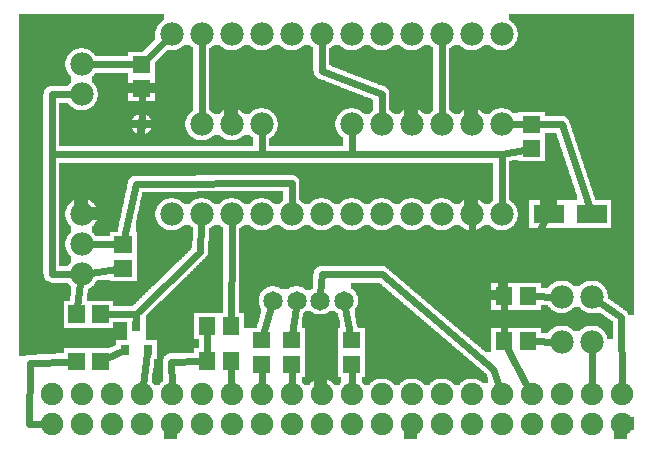
<source format=gtl>
G04 MADE WITH FRITZING*
G04 WWW.FRITZING.ORG*
G04 DOUBLE SIDED*
G04 HOLES PLATED*
G04 CONTOUR ON CENTER OF CONTOUR VECTOR*
%ASAXBY*%
%FSLAX23Y23*%
%MOIN*%
%OFA0B0*%
%SFA1.0B1.0*%
%ADD10C,0.075000*%
%ADD11C,0.039370*%
%ADD12C,0.065000*%
%ADD13C,0.078000*%
%ADD14C,0.075361*%
%ADD15R,0.031496X0.035433*%
%ADD16R,0.055118X0.059055*%
%ADD17R,0.102362X0.062992*%
%ADD18C,0.024000*%
%LNCOPPER1*%
G90*
G70*
G54D10*
X117Y1396D03*
X751Y1266D03*
X1262Y1266D03*
X562Y1287D03*
X1054Y903D03*
X651Y549D03*
X1768Y1399D03*
X494Y671D03*
X1223Y487D03*
X1049Y383D03*
G54D11*
X448Y1089D03*
G54D12*
X1122Y501D03*
X1043Y501D03*
X965Y501D03*
X886Y501D03*
G54D13*
X248Y589D03*
X248Y689D03*
X248Y789D03*
G54D14*
X148Y89D03*
X248Y89D03*
X348Y89D03*
X448Y89D03*
X548Y89D03*
X648Y89D03*
X748Y89D03*
X848Y89D03*
X948Y89D03*
X1048Y89D03*
X1148Y89D03*
X1248Y89D03*
X1348Y89D03*
X1448Y89D03*
X1548Y89D03*
X1648Y89D03*
X1748Y89D03*
X1848Y89D03*
X1948Y89D03*
X2048Y89D03*
X2048Y189D03*
X1948Y189D03*
X1848Y189D03*
X1748Y189D03*
X1648Y189D03*
X1548Y189D03*
X1448Y189D03*
X1348Y189D03*
X1248Y189D03*
X1148Y189D03*
X1048Y189D03*
X948Y189D03*
X848Y189D03*
X748Y189D03*
X648Y189D03*
X548Y189D03*
X448Y189D03*
X348Y189D03*
X248Y189D03*
X148Y189D03*
G54D13*
X248Y1189D03*
X248Y1189D03*
X248Y1289D03*
X1648Y1089D03*
X1548Y1089D03*
X1448Y1089D03*
X1348Y1089D03*
X1248Y1089D03*
X1148Y1089D03*
X548Y789D03*
X648Y789D03*
X748Y789D03*
X848Y789D03*
X948Y789D03*
X1048Y789D03*
X1148Y789D03*
X1248Y789D03*
X1348Y789D03*
X1448Y789D03*
X1548Y789D03*
X1648Y789D03*
X548Y1389D03*
X648Y1389D03*
X748Y1389D03*
X848Y1389D03*
X948Y1389D03*
X1048Y1389D03*
X1148Y1389D03*
X1248Y1389D03*
X1348Y1389D03*
X1448Y1389D03*
X1548Y1389D03*
X1648Y1389D03*
X648Y1089D03*
X748Y1089D03*
X848Y1089D03*
X1948Y514D03*
X1848Y514D03*
X1948Y364D03*
X1848Y364D03*
G54D15*
X394Y338D03*
X468Y338D03*
X431Y417D03*
G54D16*
X665Y299D03*
X746Y299D03*
X665Y417D03*
X746Y417D03*
X1655Y516D03*
X1735Y516D03*
X1655Y366D03*
X1735Y366D03*
G54D17*
X1948Y789D03*
X1806Y789D03*
G54D18*
X1127Y478D02*
X1144Y391D01*
D02*
X470Y1311D02*
X527Y1367D01*
D02*
X363Y605D02*
X278Y593D01*
D02*
X363Y689D02*
X278Y689D01*
D02*
X962Y478D02*
X951Y391D01*
D02*
X879Y479D02*
X854Y391D01*
D02*
X1048Y1358D02*
X1048Y1266D01*
D02*
X383Y333D02*
X333Y309D01*
D02*
X1048Y1266D02*
X1248Y1189D01*
D02*
X1248Y1189D02*
X1248Y1119D01*
D02*
X148Y589D02*
X148Y989D01*
D02*
X148Y1189D02*
X218Y1189D01*
D02*
X218Y589D02*
X148Y589D01*
D02*
X1148Y1058D02*
X1148Y989D01*
D02*
X1448Y1119D02*
X1448Y1358D01*
D02*
X148Y989D02*
X848Y989D01*
D02*
X948Y819D02*
X948Y892D01*
D02*
X428Y890D02*
X391Y711D01*
D02*
X948Y892D02*
X428Y890D01*
D02*
X548Y220D02*
X547Y298D01*
D02*
X746Y275D02*
X747Y220D01*
D02*
X547Y298D02*
X643Y299D01*
D02*
X748Y689D02*
X748Y758D01*
D02*
X665Y323D02*
X665Y393D01*
D02*
X746Y441D02*
X748Y689D01*
D02*
X424Y1289D02*
X278Y1289D01*
D02*
X218Y1189D02*
X148Y1189D01*
D02*
X648Y1358D02*
X648Y1119D01*
D02*
X848Y1058D02*
X848Y989D01*
D02*
X948Y220D02*
X948Y267D01*
D02*
X848Y220D02*
X848Y267D01*
D02*
X1148Y989D02*
X1148Y1058D01*
D02*
X848Y989D02*
X1148Y989D01*
D02*
X1148Y989D02*
X1648Y989D01*
D02*
X148Y989D02*
X148Y1189D01*
D02*
X448Y1186D02*
X448Y1108D01*
D02*
X848Y989D02*
X848Y1058D01*
D02*
X1648Y989D02*
X1648Y819D01*
D02*
X2045Y445D02*
X1973Y496D01*
D02*
X1948Y220D02*
X1948Y333D01*
D02*
X2048Y220D02*
X2045Y445D01*
D02*
X148Y1189D02*
X148Y989D01*
D02*
X1148Y220D02*
X1148Y267D01*
D02*
X73Y91D02*
X117Y90D01*
D02*
X208Y298D02*
X76Y294D01*
D02*
X76Y294D02*
X73Y91D01*
D02*
X467Y326D02*
X452Y220D01*
D02*
X428Y455D02*
X333Y456D01*
D02*
X428Y455D02*
X642Y664D01*
D02*
X642Y664D02*
X647Y759D01*
D02*
X430Y429D02*
X428Y455D01*
D02*
X430Y429D02*
X428Y455D01*
D02*
X244Y559D02*
X233Y480D01*
D02*
X1667Y342D02*
X1733Y216D01*
D02*
X1655Y390D02*
X1655Y492D01*
D02*
X1758Y516D02*
X1818Y514D01*
D02*
X1818Y364D02*
X1758Y366D01*
D02*
X1724Y1003D02*
X1648Y989D01*
D02*
X1648Y989D02*
X1648Y819D01*
D02*
X1678Y1089D02*
X1724Y1089D01*
D02*
X1772Y1089D02*
X1848Y1089D01*
D02*
X1848Y1089D02*
X1939Y815D01*
D02*
X1620Y272D02*
X1638Y218D01*
D02*
X1048Y589D02*
X1248Y589D01*
D02*
X1044Y525D02*
X1048Y589D01*
D02*
X1248Y589D02*
X1620Y272D01*
D02*
X1548Y689D02*
X1748Y689D01*
D02*
X1748Y689D02*
X1791Y763D01*
D02*
X1548Y758D02*
X1548Y689D01*
G36*
X40Y1455D02*
X40Y1343D01*
X256Y1343D01*
X256Y1341D01*
X264Y1341D01*
X264Y1339D01*
X270Y1339D01*
X270Y1337D01*
X274Y1337D01*
X274Y1335D01*
X276Y1335D01*
X276Y1333D01*
X280Y1333D01*
X280Y1331D01*
X282Y1331D01*
X282Y1329D01*
X284Y1329D01*
X284Y1327D01*
X286Y1327D01*
X286Y1325D01*
X288Y1325D01*
X288Y1323D01*
X290Y1323D01*
X290Y1321D01*
X292Y1321D01*
X292Y1319D01*
X294Y1319D01*
X294Y1315D01*
X404Y1315D01*
X404Y1331D01*
X454Y1331D01*
X454Y1333D01*
X456Y1333D01*
X456Y1335D01*
X458Y1335D01*
X458Y1337D01*
X460Y1337D01*
X460Y1339D01*
X462Y1339D01*
X462Y1341D01*
X464Y1341D01*
X464Y1343D01*
X466Y1343D01*
X466Y1345D01*
X468Y1345D01*
X468Y1347D01*
X470Y1347D01*
X470Y1349D01*
X472Y1349D01*
X472Y1351D01*
X474Y1351D01*
X474Y1353D01*
X476Y1353D01*
X476Y1355D01*
X478Y1355D01*
X478Y1357D01*
X480Y1357D01*
X480Y1359D01*
X482Y1359D01*
X482Y1361D01*
X484Y1361D01*
X484Y1363D01*
X486Y1363D01*
X486Y1365D01*
X488Y1365D01*
X488Y1367D01*
X490Y1367D01*
X490Y1369D01*
X492Y1369D01*
X492Y1371D01*
X494Y1371D01*
X494Y1399D01*
X496Y1399D01*
X496Y1407D01*
X498Y1407D01*
X498Y1411D01*
X500Y1411D01*
X500Y1415D01*
X502Y1415D01*
X502Y1419D01*
X504Y1419D01*
X504Y1421D01*
X506Y1421D01*
X506Y1423D01*
X508Y1423D01*
X508Y1425D01*
X510Y1425D01*
X510Y1427D01*
X512Y1427D01*
X512Y1429D01*
X514Y1429D01*
X514Y1431D01*
X516Y1431D01*
X516Y1433D01*
X518Y1433D01*
X518Y1435D01*
X522Y1435D01*
X522Y1455D01*
X40Y1455D01*
G37*
D02*
G36*
X40Y1343D02*
X40Y411D01*
X188Y411D01*
X188Y501D01*
X210Y501D01*
X210Y517D01*
X212Y517D01*
X212Y549D01*
X210Y549D01*
X210Y551D01*
X208Y551D01*
X208Y553D01*
X206Y553D01*
X206Y557D01*
X204Y557D01*
X204Y559D01*
X202Y559D01*
X202Y561D01*
X146Y561D01*
X146Y563D01*
X138Y563D01*
X138Y565D01*
X134Y565D01*
X134Y567D01*
X130Y567D01*
X130Y569D01*
X128Y569D01*
X128Y571D01*
X126Y571D01*
X126Y575D01*
X124Y575D01*
X124Y579D01*
X122Y579D01*
X122Y589D01*
X120Y589D01*
X120Y1189D01*
X122Y1189D01*
X122Y1199D01*
X124Y1199D01*
X124Y1203D01*
X126Y1203D01*
X126Y1205D01*
X128Y1205D01*
X128Y1207D01*
X130Y1207D01*
X130Y1209D01*
X132Y1209D01*
X132Y1211D01*
X134Y1211D01*
X134Y1213D01*
X138Y1213D01*
X138Y1215D01*
X202Y1215D01*
X202Y1219D01*
X204Y1219D01*
X204Y1221D01*
X206Y1221D01*
X206Y1223D01*
X208Y1223D01*
X208Y1225D01*
X210Y1225D01*
X210Y1227D01*
X212Y1227D01*
X212Y1249D01*
X210Y1249D01*
X210Y1251D01*
X208Y1251D01*
X208Y1253D01*
X206Y1253D01*
X206Y1257D01*
X204Y1257D01*
X204Y1259D01*
X202Y1259D01*
X202Y1263D01*
X200Y1263D01*
X200Y1267D01*
X198Y1267D01*
X198Y1271D01*
X196Y1271D01*
X196Y1279D01*
X194Y1279D01*
X194Y1299D01*
X196Y1299D01*
X196Y1307D01*
X198Y1307D01*
X198Y1311D01*
X200Y1311D01*
X200Y1315D01*
X202Y1315D01*
X202Y1319D01*
X204Y1319D01*
X204Y1321D01*
X206Y1321D01*
X206Y1323D01*
X208Y1323D01*
X208Y1325D01*
X210Y1325D01*
X210Y1327D01*
X212Y1327D01*
X212Y1329D01*
X214Y1329D01*
X214Y1331D01*
X216Y1331D01*
X216Y1333D01*
X218Y1333D01*
X218Y1335D01*
X222Y1335D01*
X222Y1337D01*
X226Y1337D01*
X226Y1339D01*
X232Y1339D01*
X232Y1341D01*
X240Y1341D01*
X240Y1343D01*
X40Y1343D01*
G37*
D02*
G36*
X354Y429D02*
X354Y413D01*
X352Y413D01*
X352Y411D01*
X400Y411D01*
X400Y429D01*
X354Y429D01*
G37*
D02*
G36*
X40Y411D02*
X40Y409D01*
X400Y409D01*
X400Y411D01*
X40Y411D01*
G37*
D02*
G36*
X40Y411D02*
X40Y409D01*
X400Y409D01*
X400Y411D01*
X40Y411D01*
G37*
D02*
G36*
X40Y409D02*
X40Y315D01*
X60Y315D01*
X60Y317D01*
X64Y317D01*
X64Y319D01*
X68Y319D01*
X68Y321D01*
X100Y321D01*
X100Y323D01*
X164Y323D01*
X164Y325D01*
X188Y325D01*
X188Y343D01*
X342Y343D01*
X342Y345D01*
X346Y345D01*
X346Y347D01*
X352Y347D01*
X352Y349D01*
X356Y349D01*
X356Y351D01*
X360Y351D01*
X360Y353D01*
X362Y353D01*
X362Y371D01*
X400Y371D01*
X400Y409D01*
X40Y409D01*
G37*
D02*
G36*
X688Y1353D02*
X688Y1351D01*
X686Y1351D01*
X686Y1349D01*
X682Y1349D01*
X682Y1347D01*
X680Y1347D01*
X680Y1345D01*
X678Y1345D01*
X678Y1343D01*
X674Y1343D01*
X674Y1335D01*
X736Y1335D01*
X736Y1337D01*
X730Y1337D01*
X730Y1339D01*
X726Y1339D01*
X726Y1341D01*
X722Y1341D01*
X722Y1343D01*
X718Y1343D01*
X718Y1345D01*
X716Y1345D01*
X716Y1347D01*
X712Y1347D01*
X712Y1349D01*
X710Y1349D01*
X710Y1351D01*
X708Y1351D01*
X708Y1353D01*
X688Y1353D01*
G37*
D02*
G36*
X788Y1353D02*
X788Y1351D01*
X786Y1351D01*
X786Y1349D01*
X782Y1349D01*
X782Y1347D01*
X780Y1347D01*
X780Y1345D01*
X778Y1345D01*
X778Y1343D01*
X774Y1343D01*
X774Y1341D01*
X770Y1341D01*
X770Y1339D01*
X766Y1339D01*
X766Y1337D01*
X760Y1337D01*
X760Y1335D01*
X836Y1335D01*
X836Y1337D01*
X830Y1337D01*
X830Y1339D01*
X826Y1339D01*
X826Y1341D01*
X822Y1341D01*
X822Y1343D01*
X818Y1343D01*
X818Y1345D01*
X816Y1345D01*
X816Y1347D01*
X812Y1347D01*
X812Y1349D01*
X810Y1349D01*
X810Y1351D01*
X808Y1351D01*
X808Y1353D01*
X788Y1353D01*
G37*
D02*
G36*
X888Y1353D02*
X888Y1351D01*
X886Y1351D01*
X886Y1349D01*
X882Y1349D01*
X882Y1347D01*
X880Y1347D01*
X880Y1345D01*
X878Y1345D01*
X878Y1343D01*
X874Y1343D01*
X874Y1341D01*
X870Y1341D01*
X870Y1339D01*
X866Y1339D01*
X866Y1337D01*
X860Y1337D01*
X860Y1335D01*
X936Y1335D01*
X936Y1337D01*
X930Y1337D01*
X930Y1339D01*
X926Y1339D01*
X926Y1341D01*
X922Y1341D01*
X922Y1343D01*
X918Y1343D01*
X918Y1345D01*
X916Y1345D01*
X916Y1347D01*
X912Y1347D01*
X912Y1349D01*
X910Y1349D01*
X910Y1351D01*
X908Y1351D01*
X908Y1353D01*
X888Y1353D01*
G37*
D02*
G36*
X988Y1353D02*
X988Y1351D01*
X986Y1351D01*
X986Y1349D01*
X982Y1349D01*
X982Y1347D01*
X980Y1347D01*
X980Y1345D01*
X978Y1345D01*
X978Y1343D01*
X974Y1343D01*
X974Y1341D01*
X970Y1341D01*
X970Y1339D01*
X966Y1339D01*
X966Y1337D01*
X960Y1337D01*
X960Y1335D01*
X1020Y1335D01*
X1020Y1343D01*
X1018Y1343D01*
X1018Y1345D01*
X1016Y1345D01*
X1016Y1347D01*
X1012Y1347D01*
X1012Y1349D01*
X1010Y1349D01*
X1010Y1351D01*
X1008Y1351D01*
X1008Y1353D01*
X988Y1353D01*
G37*
D02*
G36*
X674Y1335D02*
X674Y1333D01*
X1020Y1333D01*
X1020Y1335D01*
X674Y1335D01*
G37*
D02*
G36*
X674Y1335D02*
X674Y1333D01*
X1020Y1333D01*
X1020Y1335D01*
X674Y1335D01*
G37*
D02*
G36*
X674Y1335D02*
X674Y1333D01*
X1020Y1333D01*
X1020Y1335D01*
X674Y1335D01*
G37*
D02*
G36*
X674Y1335D02*
X674Y1333D01*
X1020Y1333D01*
X1020Y1335D01*
X674Y1335D01*
G37*
D02*
G36*
X674Y1333D02*
X674Y1143D01*
X1156Y1143D01*
X1156Y1141D01*
X1164Y1141D01*
X1164Y1139D01*
X1170Y1139D01*
X1170Y1137D01*
X1174Y1137D01*
X1174Y1135D01*
X1176Y1135D01*
X1176Y1133D01*
X1180Y1133D01*
X1180Y1131D01*
X1182Y1131D01*
X1182Y1129D01*
X1184Y1129D01*
X1184Y1127D01*
X1186Y1127D01*
X1186Y1125D01*
X1188Y1125D01*
X1188Y1123D01*
X1208Y1123D01*
X1208Y1125D01*
X1210Y1125D01*
X1210Y1127D01*
X1212Y1127D01*
X1212Y1129D01*
X1214Y1129D01*
X1214Y1131D01*
X1216Y1131D01*
X1216Y1133D01*
X1218Y1133D01*
X1218Y1135D01*
X1220Y1135D01*
X1220Y1171D01*
X1216Y1171D01*
X1216Y1173D01*
X1212Y1173D01*
X1212Y1175D01*
X1206Y1175D01*
X1206Y1177D01*
X1202Y1177D01*
X1202Y1179D01*
X1196Y1179D01*
X1196Y1181D01*
X1190Y1181D01*
X1190Y1183D01*
X1186Y1183D01*
X1186Y1185D01*
X1180Y1185D01*
X1180Y1187D01*
X1176Y1187D01*
X1176Y1189D01*
X1170Y1189D01*
X1170Y1191D01*
X1166Y1191D01*
X1166Y1193D01*
X1160Y1193D01*
X1160Y1195D01*
X1154Y1195D01*
X1154Y1197D01*
X1150Y1197D01*
X1150Y1199D01*
X1144Y1199D01*
X1144Y1201D01*
X1140Y1201D01*
X1140Y1203D01*
X1134Y1203D01*
X1134Y1205D01*
X1130Y1205D01*
X1130Y1207D01*
X1124Y1207D01*
X1124Y1209D01*
X1118Y1209D01*
X1118Y1211D01*
X1114Y1211D01*
X1114Y1213D01*
X1108Y1213D01*
X1108Y1215D01*
X1104Y1215D01*
X1104Y1217D01*
X1098Y1217D01*
X1098Y1219D01*
X1094Y1219D01*
X1094Y1221D01*
X1088Y1221D01*
X1088Y1223D01*
X1082Y1223D01*
X1082Y1225D01*
X1078Y1225D01*
X1078Y1227D01*
X1072Y1227D01*
X1072Y1229D01*
X1068Y1229D01*
X1068Y1231D01*
X1062Y1231D01*
X1062Y1233D01*
X1058Y1233D01*
X1058Y1235D01*
X1052Y1235D01*
X1052Y1237D01*
X1046Y1237D01*
X1046Y1239D01*
X1042Y1239D01*
X1042Y1241D01*
X1036Y1241D01*
X1036Y1243D01*
X1034Y1243D01*
X1034Y1245D01*
X1030Y1245D01*
X1030Y1247D01*
X1028Y1247D01*
X1028Y1249D01*
X1026Y1249D01*
X1026Y1253D01*
X1024Y1253D01*
X1024Y1257D01*
X1022Y1257D01*
X1022Y1265D01*
X1020Y1265D01*
X1020Y1333D01*
X674Y1333D01*
G37*
D02*
G36*
X674Y1143D02*
X674Y1135D01*
X676Y1135D01*
X676Y1133D01*
X680Y1133D01*
X680Y1131D01*
X682Y1131D01*
X682Y1129D01*
X684Y1129D01*
X684Y1127D01*
X686Y1127D01*
X686Y1125D01*
X688Y1125D01*
X688Y1123D01*
X708Y1123D01*
X708Y1125D01*
X710Y1125D01*
X710Y1127D01*
X712Y1127D01*
X712Y1129D01*
X714Y1129D01*
X714Y1131D01*
X716Y1131D01*
X716Y1133D01*
X718Y1133D01*
X718Y1135D01*
X722Y1135D01*
X722Y1137D01*
X726Y1137D01*
X726Y1139D01*
X732Y1139D01*
X732Y1141D01*
X740Y1141D01*
X740Y1143D01*
X674Y1143D01*
G37*
D02*
G36*
X756Y1143D02*
X756Y1141D01*
X764Y1141D01*
X764Y1139D01*
X770Y1139D01*
X770Y1137D01*
X774Y1137D01*
X774Y1135D01*
X776Y1135D01*
X776Y1133D01*
X780Y1133D01*
X780Y1131D01*
X782Y1131D01*
X782Y1129D01*
X784Y1129D01*
X784Y1127D01*
X786Y1127D01*
X786Y1125D01*
X788Y1125D01*
X788Y1123D01*
X808Y1123D01*
X808Y1125D01*
X810Y1125D01*
X810Y1127D01*
X812Y1127D01*
X812Y1129D01*
X814Y1129D01*
X814Y1131D01*
X816Y1131D01*
X816Y1133D01*
X818Y1133D01*
X818Y1135D01*
X822Y1135D01*
X822Y1137D01*
X826Y1137D01*
X826Y1139D01*
X832Y1139D01*
X832Y1141D01*
X840Y1141D01*
X840Y1143D01*
X756Y1143D01*
G37*
D02*
G36*
X856Y1143D02*
X856Y1141D01*
X864Y1141D01*
X864Y1139D01*
X870Y1139D01*
X870Y1137D01*
X874Y1137D01*
X874Y1135D01*
X876Y1135D01*
X876Y1133D01*
X880Y1133D01*
X880Y1131D01*
X882Y1131D01*
X882Y1129D01*
X884Y1129D01*
X884Y1127D01*
X886Y1127D01*
X886Y1125D01*
X888Y1125D01*
X888Y1123D01*
X890Y1123D01*
X890Y1121D01*
X892Y1121D01*
X892Y1119D01*
X894Y1119D01*
X894Y1115D01*
X896Y1115D01*
X896Y1111D01*
X898Y1111D01*
X898Y1105D01*
X900Y1105D01*
X900Y1097D01*
X902Y1097D01*
X902Y1079D01*
X900Y1079D01*
X900Y1071D01*
X898Y1071D01*
X898Y1067D01*
X896Y1067D01*
X896Y1063D01*
X894Y1063D01*
X894Y1059D01*
X892Y1059D01*
X892Y1057D01*
X890Y1057D01*
X890Y1055D01*
X888Y1055D01*
X888Y1051D01*
X886Y1051D01*
X886Y1049D01*
X882Y1049D01*
X882Y1047D01*
X880Y1047D01*
X880Y1045D01*
X878Y1045D01*
X878Y1043D01*
X874Y1043D01*
X874Y1015D01*
X1120Y1015D01*
X1120Y1043D01*
X1118Y1043D01*
X1118Y1045D01*
X1116Y1045D01*
X1116Y1047D01*
X1112Y1047D01*
X1112Y1049D01*
X1110Y1049D01*
X1110Y1051D01*
X1108Y1051D01*
X1108Y1053D01*
X1106Y1053D01*
X1106Y1057D01*
X1104Y1057D01*
X1104Y1059D01*
X1102Y1059D01*
X1102Y1063D01*
X1100Y1063D01*
X1100Y1067D01*
X1098Y1067D01*
X1098Y1071D01*
X1096Y1071D01*
X1096Y1079D01*
X1094Y1079D01*
X1094Y1099D01*
X1096Y1099D01*
X1096Y1107D01*
X1098Y1107D01*
X1098Y1111D01*
X1100Y1111D01*
X1100Y1115D01*
X1102Y1115D01*
X1102Y1119D01*
X1104Y1119D01*
X1104Y1121D01*
X1106Y1121D01*
X1106Y1123D01*
X1108Y1123D01*
X1108Y1125D01*
X1110Y1125D01*
X1110Y1127D01*
X1112Y1127D01*
X1112Y1129D01*
X1114Y1129D01*
X1114Y1131D01*
X1116Y1131D01*
X1116Y1133D01*
X1118Y1133D01*
X1118Y1135D01*
X1122Y1135D01*
X1122Y1137D01*
X1126Y1137D01*
X1126Y1139D01*
X1132Y1139D01*
X1132Y1141D01*
X1140Y1141D01*
X1140Y1143D01*
X856Y1143D01*
G37*
D02*
G36*
X1088Y1353D02*
X1088Y1351D01*
X1086Y1351D01*
X1086Y1349D01*
X1082Y1349D01*
X1082Y1347D01*
X1080Y1347D01*
X1080Y1345D01*
X1078Y1345D01*
X1078Y1343D01*
X1074Y1343D01*
X1074Y1335D01*
X1136Y1335D01*
X1136Y1337D01*
X1130Y1337D01*
X1130Y1339D01*
X1126Y1339D01*
X1126Y1341D01*
X1122Y1341D01*
X1122Y1343D01*
X1118Y1343D01*
X1118Y1345D01*
X1116Y1345D01*
X1116Y1347D01*
X1112Y1347D01*
X1112Y1349D01*
X1110Y1349D01*
X1110Y1351D01*
X1108Y1351D01*
X1108Y1353D01*
X1088Y1353D01*
G37*
D02*
G36*
X1188Y1353D02*
X1188Y1351D01*
X1186Y1351D01*
X1186Y1349D01*
X1182Y1349D01*
X1182Y1347D01*
X1180Y1347D01*
X1180Y1345D01*
X1178Y1345D01*
X1178Y1343D01*
X1174Y1343D01*
X1174Y1341D01*
X1170Y1341D01*
X1170Y1339D01*
X1166Y1339D01*
X1166Y1337D01*
X1160Y1337D01*
X1160Y1335D01*
X1236Y1335D01*
X1236Y1337D01*
X1230Y1337D01*
X1230Y1339D01*
X1226Y1339D01*
X1226Y1341D01*
X1222Y1341D01*
X1222Y1343D01*
X1218Y1343D01*
X1218Y1345D01*
X1216Y1345D01*
X1216Y1347D01*
X1212Y1347D01*
X1212Y1349D01*
X1210Y1349D01*
X1210Y1351D01*
X1208Y1351D01*
X1208Y1353D01*
X1188Y1353D01*
G37*
D02*
G36*
X1288Y1353D02*
X1288Y1351D01*
X1286Y1351D01*
X1286Y1349D01*
X1282Y1349D01*
X1282Y1347D01*
X1280Y1347D01*
X1280Y1345D01*
X1278Y1345D01*
X1278Y1343D01*
X1274Y1343D01*
X1274Y1341D01*
X1270Y1341D01*
X1270Y1339D01*
X1266Y1339D01*
X1266Y1337D01*
X1260Y1337D01*
X1260Y1335D01*
X1336Y1335D01*
X1336Y1337D01*
X1330Y1337D01*
X1330Y1339D01*
X1326Y1339D01*
X1326Y1341D01*
X1322Y1341D01*
X1322Y1343D01*
X1318Y1343D01*
X1318Y1345D01*
X1316Y1345D01*
X1316Y1347D01*
X1312Y1347D01*
X1312Y1349D01*
X1310Y1349D01*
X1310Y1351D01*
X1308Y1351D01*
X1308Y1353D01*
X1288Y1353D01*
G37*
D02*
G36*
X1388Y1353D02*
X1388Y1351D01*
X1386Y1351D01*
X1386Y1349D01*
X1382Y1349D01*
X1382Y1347D01*
X1380Y1347D01*
X1380Y1345D01*
X1378Y1345D01*
X1378Y1343D01*
X1374Y1343D01*
X1374Y1341D01*
X1370Y1341D01*
X1370Y1339D01*
X1366Y1339D01*
X1366Y1337D01*
X1360Y1337D01*
X1360Y1335D01*
X1420Y1335D01*
X1420Y1343D01*
X1418Y1343D01*
X1418Y1345D01*
X1416Y1345D01*
X1416Y1347D01*
X1412Y1347D01*
X1412Y1349D01*
X1410Y1349D01*
X1410Y1351D01*
X1408Y1351D01*
X1408Y1353D01*
X1388Y1353D01*
G37*
D02*
G36*
X1074Y1335D02*
X1074Y1333D01*
X1420Y1333D01*
X1420Y1335D01*
X1074Y1335D01*
G37*
D02*
G36*
X1074Y1335D02*
X1074Y1333D01*
X1420Y1333D01*
X1420Y1335D01*
X1074Y1335D01*
G37*
D02*
G36*
X1074Y1335D02*
X1074Y1333D01*
X1420Y1333D01*
X1420Y1335D01*
X1074Y1335D01*
G37*
D02*
G36*
X1074Y1335D02*
X1074Y1333D01*
X1420Y1333D01*
X1420Y1335D01*
X1074Y1335D01*
G37*
D02*
G36*
X1074Y1333D02*
X1074Y1285D01*
X1078Y1285D01*
X1078Y1283D01*
X1082Y1283D01*
X1082Y1281D01*
X1088Y1281D01*
X1088Y1279D01*
X1092Y1279D01*
X1092Y1277D01*
X1098Y1277D01*
X1098Y1275D01*
X1104Y1275D01*
X1104Y1273D01*
X1108Y1273D01*
X1108Y1271D01*
X1114Y1271D01*
X1114Y1269D01*
X1118Y1269D01*
X1118Y1267D01*
X1124Y1267D01*
X1124Y1265D01*
X1128Y1265D01*
X1128Y1263D01*
X1134Y1263D01*
X1134Y1261D01*
X1140Y1261D01*
X1140Y1259D01*
X1144Y1259D01*
X1144Y1257D01*
X1150Y1257D01*
X1150Y1255D01*
X1154Y1255D01*
X1154Y1253D01*
X1160Y1253D01*
X1160Y1251D01*
X1164Y1251D01*
X1164Y1249D01*
X1170Y1249D01*
X1170Y1247D01*
X1176Y1247D01*
X1176Y1245D01*
X1180Y1245D01*
X1180Y1243D01*
X1186Y1243D01*
X1186Y1241D01*
X1190Y1241D01*
X1190Y1239D01*
X1196Y1239D01*
X1196Y1237D01*
X1200Y1237D01*
X1200Y1235D01*
X1206Y1235D01*
X1206Y1233D01*
X1212Y1233D01*
X1212Y1231D01*
X1216Y1231D01*
X1216Y1229D01*
X1222Y1229D01*
X1222Y1227D01*
X1226Y1227D01*
X1226Y1225D01*
X1232Y1225D01*
X1232Y1223D01*
X1236Y1223D01*
X1236Y1221D01*
X1242Y1221D01*
X1242Y1219D01*
X1248Y1219D01*
X1248Y1217D01*
X1252Y1217D01*
X1252Y1215D01*
X1258Y1215D01*
X1258Y1213D01*
X1262Y1213D01*
X1262Y1211D01*
X1264Y1211D01*
X1264Y1209D01*
X1266Y1209D01*
X1266Y1207D01*
X1268Y1207D01*
X1268Y1205D01*
X1270Y1205D01*
X1270Y1203D01*
X1272Y1203D01*
X1272Y1199D01*
X1274Y1199D01*
X1274Y1143D01*
X1356Y1143D01*
X1356Y1141D01*
X1364Y1141D01*
X1364Y1139D01*
X1370Y1139D01*
X1370Y1137D01*
X1374Y1137D01*
X1374Y1135D01*
X1376Y1135D01*
X1376Y1133D01*
X1380Y1133D01*
X1380Y1131D01*
X1382Y1131D01*
X1382Y1129D01*
X1384Y1129D01*
X1384Y1127D01*
X1386Y1127D01*
X1386Y1125D01*
X1388Y1125D01*
X1388Y1123D01*
X1408Y1123D01*
X1408Y1125D01*
X1410Y1125D01*
X1410Y1127D01*
X1412Y1127D01*
X1412Y1129D01*
X1414Y1129D01*
X1414Y1131D01*
X1416Y1131D01*
X1416Y1133D01*
X1418Y1133D01*
X1418Y1135D01*
X1420Y1135D01*
X1420Y1333D01*
X1074Y1333D01*
G37*
D02*
G36*
X1274Y1143D02*
X1274Y1135D01*
X1276Y1135D01*
X1276Y1133D01*
X1280Y1133D01*
X1280Y1131D01*
X1282Y1131D01*
X1282Y1129D01*
X1284Y1129D01*
X1284Y1127D01*
X1286Y1127D01*
X1286Y1125D01*
X1288Y1125D01*
X1288Y1123D01*
X1308Y1123D01*
X1308Y1125D01*
X1310Y1125D01*
X1310Y1127D01*
X1312Y1127D01*
X1312Y1129D01*
X1314Y1129D01*
X1314Y1131D01*
X1316Y1131D01*
X1316Y1133D01*
X1318Y1133D01*
X1318Y1135D01*
X1322Y1135D01*
X1322Y1137D01*
X1326Y1137D01*
X1326Y1139D01*
X1332Y1139D01*
X1332Y1141D01*
X1340Y1141D01*
X1340Y1143D01*
X1274Y1143D01*
G37*
D02*
G36*
X588Y1353D02*
X588Y1351D01*
X586Y1351D01*
X586Y1349D01*
X582Y1349D01*
X582Y1347D01*
X580Y1347D01*
X580Y1345D01*
X578Y1345D01*
X578Y1343D01*
X574Y1343D01*
X574Y1341D01*
X570Y1341D01*
X570Y1339D01*
X566Y1339D01*
X566Y1337D01*
X560Y1337D01*
X560Y1335D01*
X532Y1335D01*
X532Y1333D01*
X530Y1333D01*
X530Y1331D01*
X528Y1331D01*
X528Y1329D01*
X526Y1329D01*
X526Y1327D01*
X524Y1327D01*
X524Y1325D01*
X522Y1325D01*
X522Y1323D01*
X520Y1323D01*
X520Y1321D01*
X518Y1321D01*
X518Y1319D01*
X516Y1319D01*
X516Y1317D01*
X514Y1317D01*
X514Y1315D01*
X512Y1315D01*
X512Y1313D01*
X510Y1313D01*
X510Y1311D01*
X508Y1311D01*
X508Y1309D01*
X506Y1309D01*
X506Y1307D01*
X504Y1307D01*
X504Y1305D01*
X502Y1305D01*
X502Y1303D01*
X500Y1303D01*
X500Y1301D01*
X498Y1301D01*
X498Y1299D01*
X496Y1299D01*
X496Y1297D01*
X494Y1297D01*
X494Y1295D01*
X492Y1295D01*
X492Y1165D01*
X620Y1165D01*
X620Y1343D01*
X618Y1343D01*
X618Y1345D01*
X616Y1345D01*
X616Y1347D01*
X612Y1347D01*
X612Y1349D01*
X610Y1349D01*
X610Y1351D01*
X608Y1351D01*
X608Y1353D01*
X588Y1353D01*
G37*
D02*
G36*
X294Y1261D02*
X294Y1259D01*
X292Y1259D01*
X292Y1257D01*
X290Y1257D01*
X290Y1255D01*
X288Y1255D01*
X288Y1251D01*
X286Y1251D01*
X286Y1249D01*
X282Y1249D01*
X282Y1229D01*
X284Y1229D01*
X284Y1227D01*
X286Y1227D01*
X286Y1225D01*
X288Y1225D01*
X288Y1223D01*
X290Y1223D01*
X290Y1221D01*
X292Y1221D01*
X292Y1219D01*
X294Y1219D01*
X294Y1215D01*
X296Y1215D01*
X296Y1211D01*
X298Y1211D01*
X298Y1205D01*
X300Y1205D01*
X300Y1197D01*
X302Y1197D01*
X302Y1179D01*
X300Y1179D01*
X300Y1171D01*
X298Y1171D01*
X298Y1167D01*
X296Y1167D01*
X296Y1165D01*
X404Y1165D01*
X404Y1261D01*
X294Y1261D01*
G37*
D02*
G36*
X296Y1165D02*
X296Y1163D01*
X620Y1163D01*
X620Y1165D01*
X296Y1165D01*
G37*
D02*
G36*
X296Y1165D02*
X296Y1163D01*
X620Y1163D01*
X620Y1165D01*
X296Y1165D01*
G37*
D02*
G36*
X294Y1163D02*
X294Y1159D01*
X292Y1159D01*
X292Y1157D01*
X290Y1157D01*
X290Y1155D01*
X288Y1155D01*
X288Y1151D01*
X286Y1151D01*
X286Y1149D01*
X282Y1149D01*
X282Y1147D01*
X280Y1147D01*
X280Y1145D01*
X278Y1145D01*
X278Y1143D01*
X274Y1143D01*
X274Y1141D01*
X270Y1141D01*
X270Y1139D01*
X266Y1139D01*
X266Y1137D01*
X260Y1137D01*
X260Y1135D01*
X620Y1135D01*
X620Y1163D01*
X294Y1163D01*
G37*
D02*
G36*
X174Y1161D02*
X174Y1135D01*
X236Y1135D01*
X236Y1137D01*
X230Y1137D01*
X230Y1139D01*
X226Y1139D01*
X226Y1141D01*
X222Y1141D01*
X222Y1143D01*
X218Y1143D01*
X218Y1145D01*
X216Y1145D01*
X216Y1147D01*
X212Y1147D01*
X212Y1149D01*
X210Y1149D01*
X210Y1151D01*
X208Y1151D01*
X208Y1153D01*
X206Y1153D01*
X206Y1157D01*
X204Y1157D01*
X204Y1159D01*
X202Y1159D01*
X202Y1161D01*
X174Y1161D01*
G37*
D02*
G36*
X174Y1135D02*
X174Y1133D01*
X618Y1133D01*
X618Y1135D01*
X174Y1135D01*
G37*
D02*
G36*
X174Y1135D02*
X174Y1133D01*
X618Y1133D01*
X618Y1135D01*
X174Y1135D01*
G37*
D02*
G36*
X174Y1133D02*
X174Y1123D01*
X456Y1123D01*
X456Y1121D01*
X462Y1121D01*
X462Y1119D01*
X466Y1119D01*
X466Y1117D01*
X470Y1117D01*
X470Y1115D01*
X472Y1115D01*
X472Y1113D01*
X474Y1113D01*
X474Y1111D01*
X476Y1111D01*
X476Y1107D01*
X478Y1107D01*
X478Y1103D01*
X480Y1103D01*
X480Y1099D01*
X482Y1099D01*
X482Y1079D01*
X480Y1079D01*
X480Y1073D01*
X478Y1073D01*
X478Y1071D01*
X476Y1071D01*
X476Y1067D01*
X474Y1067D01*
X474Y1065D01*
X472Y1065D01*
X472Y1063D01*
X470Y1063D01*
X470Y1061D01*
X468Y1061D01*
X468Y1059D01*
X464Y1059D01*
X464Y1057D01*
X458Y1057D01*
X458Y1055D01*
X606Y1055D01*
X606Y1057D01*
X604Y1057D01*
X604Y1059D01*
X602Y1059D01*
X602Y1063D01*
X600Y1063D01*
X600Y1067D01*
X598Y1067D01*
X598Y1071D01*
X596Y1071D01*
X596Y1079D01*
X594Y1079D01*
X594Y1099D01*
X596Y1099D01*
X596Y1107D01*
X598Y1107D01*
X598Y1111D01*
X600Y1111D01*
X600Y1115D01*
X602Y1115D01*
X602Y1119D01*
X604Y1119D01*
X604Y1121D01*
X606Y1121D01*
X606Y1123D01*
X608Y1123D01*
X608Y1125D01*
X610Y1125D01*
X610Y1127D01*
X612Y1127D01*
X612Y1129D01*
X614Y1129D01*
X614Y1131D01*
X616Y1131D01*
X616Y1133D01*
X174Y1133D01*
G37*
D02*
G36*
X174Y1123D02*
X174Y1055D01*
X436Y1055D01*
X436Y1057D01*
X432Y1057D01*
X432Y1059D01*
X428Y1059D01*
X428Y1061D01*
X426Y1061D01*
X426Y1063D01*
X424Y1063D01*
X424Y1065D01*
X422Y1065D01*
X422Y1067D01*
X420Y1067D01*
X420Y1069D01*
X418Y1069D01*
X418Y1073D01*
X416Y1073D01*
X416Y1079D01*
X414Y1079D01*
X414Y1099D01*
X416Y1099D01*
X416Y1105D01*
X418Y1105D01*
X418Y1107D01*
X420Y1107D01*
X420Y1111D01*
X422Y1111D01*
X422Y1113D01*
X424Y1113D01*
X424Y1115D01*
X426Y1115D01*
X426Y1117D01*
X430Y1117D01*
X430Y1119D01*
X434Y1119D01*
X434Y1121D01*
X438Y1121D01*
X438Y1123D01*
X174Y1123D01*
G37*
D02*
G36*
X174Y1055D02*
X174Y1053D01*
X606Y1053D01*
X606Y1055D01*
X174Y1055D01*
G37*
D02*
G36*
X174Y1055D02*
X174Y1053D01*
X606Y1053D01*
X606Y1055D01*
X174Y1055D01*
G37*
D02*
G36*
X174Y1053D02*
X174Y1035D01*
X636Y1035D01*
X636Y1037D01*
X630Y1037D01*
X630Y1039D01*
X626Y1039D01*
X626Y1041D01*
X622Y1041D01*
X622Y1043D01*
X618Y1043D01*
X618Y1045D01*
X616Y1045D01*
X616Y1047D01*
X612Y1047D01*
X612Y1049D01*
X610Y1049D01*
X610Y1051D01*
X608Y1051D01*
X608Y1053D01*
X174Y1053D01*
G37*
D02*
G36*
X688Y1053D02*
X688Y1051D01*
X686Y1051D01*
X686Y1049D01*
X682Y1049D01*
X682Y1047D01*
X680Y1047D01*
X680Y1045D01*
X678Y1045D01*
X678Y1043D01*
X674Y1043D01*
X674Y1041D01*
X670Y1041D01*
X670Y1039D01*
X666Y1039D01*
X666Y1037D01*
X660Y1037D01*
X660Y1035D01*
X736Y1035D01*
X736Y1037D01*
X730Y1037D01*
X730Y1039D01*
X726Y1039D01*
X726Y1041D01*
X722Y1041D01*
X722Y1043D01*
X718Y1043D01*
X718Y1045D01*
X716Y1045D01*
X716Y1047D01*
X712Y1047D01*
X712Y1049D01*
X710Y1049D01*
X710Y1051D01*
X708Y1051D01*
X708Y1053D01*
X688Y1053D01*
G37*
D02*
G36*
X788Y1053D02*
X788Y1051D01*
X786Y1051D01*
X786Y1049D01*
X782Y1049D01*
X782Y1047D01*
X780Y1047D01*
X780Y1045D01*
X778Y1045D01*
X778Y1043D01*
X774Y1043D01*
X774Y1041D01*
X770Y1041D01*
X770Y1039D01*
X766Y1039D01*
X766Y1037D01*
X760Y1037D01*
X760Y1035D01*
X820Y1035D01*
X820Y1043D01*
X818Y1043D01*
X818Y1045D01*
X816Y1045D01*
X816Y1047D01*
X812Y1047D01*
X812Y1049D01*
X810Y1049D01*
X810Y1051D01*
X808Y1051D01*
X808Y1053D01*
X788Y1053D01*
G37*
D02*
G36*
X174Y1035D02*
X174Y1033D01*
X820Y1033D01*
X820Y1035D01*
X174Y1035D01*
G37*
D02*
G36*
X174Y1035D02*
X174Y1033D01*
X820Y1033D01*
X820Y1035D01*
X174Y1035D01*
G37*
D02*
G36*
X174Y1035D02*
X174Y1033D01*
X820Y1033D01*
X820Y1035D01*
X174Y1035D01*
G37*
D02*
G36*
X174Y1033D02*
X174Y1015D01*
X820Y1015D01*
X820Y1033D01*
X174Y1033D01*
G37*
D02*
G36*
X174Y961D02*
X174Y919D01*
X956Y919D01*
X956Y917D01*
X960Y917D01*
X960Y915D01*
X964Y915D01*
X964Y913D01*
X966Y913D01*
X966Y911D01*
X968Y911D01*
X968Y909D01*
X970Y909D01*
X970Y907D01*
X972Y907D01*
X972Y903D01*
X974Y903D01*
X974Y843D01*
X1556Y843D01*
X1556Y841D01*
X1564Y841D01*
X1564Y839D01*
X1570Y839D01*
X1570Y837D01*
X1574Y837D01*
X1574Y835D01*
X1576Y835D01*
X1576Y833D01*
X1580Y833D01*
X1580Y831D01*
X1582Y831D01*
X1582Y829D01*
X1584Y829D01*
X1584Y827D01*
X1586Y827D01*
X1586Y825D01*
X1588Y825D01*
X1588Y823D01*
X1608Y823D01*
X1608Y825D01*
X1610Y825D01*
X1610Y827D01*
X1612Y827D01*
X1612Y829D01*
X1614Y829D01*
X1614Y831D01*
X1616Y831D01*
X1616Y833D01*
X1618Y833D01*
X1618Y835D01*
X1620Y835D01*
X1620Y961D01*
X174Y961D01*
G37*
D02*
G36*
X174Y919D02*
X174Y843D01*
X256Y843D01*
X256Y841D01*
X264Y841D01*
X264Y839D01*
X270Y839D01*
X270Y837D01*
X274Y837D01*
X274Y835D01*
X276Y835D01*
X276Y833D01*
X280Y833D01*
X280Y831D01*
X282Y831D01*
X282Y829D01*
X284Y829D01*
X284Y827D01*
X286Y827D01*
X286Y825D01*
X288Y825D01*
X288Y823D01*
X290Y823D01*
X290Y821D01*
X292Y821D01*
X292Y819D01*
X294Y819D01*
X294Y815D01*
X296Y815D01*
X296Y811D01*
X298Y811D01*
X298Y805D01*
X300Y805D01*
X300Y797D01*
X302Y797D01*
X302Y779D01*
X300Y779D01*
X300Y771D01*
X298Y771D01*
X298Y767D01*
X296Y767D01*
X296Y763D01*
X294Y763D01*
X294Y759D01*
X292Y759D01*
X292Y757D01*
X290Y757D01*
X290Y755D01*
X288Y755D01*
X288Y751D01*
X286Y751D01*
X286Y749D01*
X282Y749D01*
X282Y729D01*
X284Y729D01*
X284Y727D01*
X286Y727D01*
X286Y725D01*
X288Y725D01*
X288Y723D01*
X290Y723D01*
X290Y721D01*
X292Y721D01*
X292Y719D01*
X294Y719D01*
X294Y715D01*
X342Y715D01*
X342Y731D01*
X368Y731D01*
X368Y735D01*
X370Y735D01*
X370Y745D01*
X372Y745D01*
X372Y755D01*
X374Y755D01*
X374Y765D01*
X376Y765D01*
X376Y775D01*
X378Y775D01*
X378Y785D01*
X380Y785D01*
X380Y793D01*
X382Y793D01*
X382Y803D01*
X384Y803D01*
X384Y813D01*
X386Y813D01*
X386Y823D01*
X388Y823D01*
X388Y833D01*
X390Y833D01*
X390Y843D01*
X392Y843D01*
X392Y851D01*
X394Y851D01*
X394Y861D01*
X396Y861D01*
X396Y871D01*
X398Y871D01*
X398Y881D01*
X400Y881D01*
X400Y891D01*
X402Y891D01*
X402Y899D01*
X404Y899D01*
X404Y903D01*
X406Y903D01*
X406Y907D01*
X408Y907D01*
X408Y909D01*
X410Y909D01*
X410Y911D01*
X412Y911D01*
X412Y913D01*
X416Y913D01*
X416Y915D01*
X422Y915D01*
X422Y917D01*
X630Y917D01*
X630Y919D01*
X174Y919D01*
G37*
D02*
G36*
X174Y843D02*
X174Y615D01*
X202Y615D01*
X202Y619D01*
X204Y619D01*
X204Y621D01*
X206Y621D01*
X206Y623D01*
X208Y623D01*
X208Y625D01*
X210Y625D01*
X210Y627D01*
X212Y627D01*
X212Y649D01*
X210Y649D01*
X210Y651D01*
X208Y651D01*
X208Y653D01*
X206Y653D01*
X206Y657D01*
X204Y657D01*
X204Y659D01*
X202Y659D01*
X202Y663D01*
X200Y663D01*
X200Y667D01*
X198Y667D01*
X198Y671D01*
X196Y671D01*
X196Y679D01*
X194Y679D01*
X194Y699D01*
X196Y699D01*
X196Y707D01*
X198Y707D01*
X198Y711D01*
X200Y711D01*
X200Y715D01*
X202Y715D01*
X202Y719D01*
X204Y719D01*
X204Y721D01*
X206Y721D01*
X206Y723D01*
X208Y723D01*
X208Y725D01*
X210Y725D01*
X210Y727D01*
X212Y727D01*
X212Y749D01*
X210Y749D01*
X210Y751D01*
X208Y751D01*
X208Y753D01*
X206Y753D01*
X206Y757D01*
X204Y757D01*
X204Y759D01*
X202Y759D01*
X202Y763D01*
X200Y763D01*
X200Y767D01*
X198Y767D01*
X198Y771D01*
X196Y771D01*
X196Y779D01*
X194Y779D01*
X194Y799D01*
X196Y799D01*
X196Y807D01*
X198Y807D01*
X198Y811D01*
X200Y811D01*
X200Y815D01*
X202Y815D01*
X202Y819D01*
X204Y819D01*
X204Y821D01*
X206Y821D01*
X206Y823D01*
X208Y823D01*
X208Y825D01*
X210Y825D01*
X210Y827D01*
X212Y827D01*
X212Y829D01*
X214Y829D01*
X214Y831D01*
X216Y831D01*
X216Y833D01*
X218Y833D01*
X218Y835D01*
X222Y835D01*
X222Y837D01*
X226Y837D01*
X226Y839D01*
X232Y839D01*
X232Y841D01*
X240Y841D01*
X240Y843D01*
X174Y843D01*
G37*
D02*
G36*
X974Y843D02*
X974Y835D01*
X976Y835D01*
X976Y833D01*
X980Y833D01*
X980Y831D01*
X982Y831D01*
X982Y829D01*
X984Y829D01*
X984Y827D01*
X986Y827D01*
X986Y825D01*
X988Y825D01*
X988Y823D01*
X1008Y823D01*
X1008Y825D01*
X1010Y825D01*
X1010Y827D01*
X1012Y827D01*
X1012Y829D01*
X1014Y829D01*
X1014Y831D01*
X1016Y831D01*
X1016Y833D01*
X1018Y833D01*
X1018Y835D01*
X1022Y835D01*
X1022Y837D01*
X1026Y837D01*
X1026Y839D01*
X1032Y839D01*
X1032Y841D01*
X1040Y841D01*
X1040Y843D01*
X974Y843D01*
G37*
D02*
G36*
X1056Y843D02*
X1056Y841D01*
X1064Y841D01*
X1064Y839D01*
X1070Y839D01*
X1070Y837D01*
X1074Y837D01*
X1074Y835D01*
X1076Y835D01*
X1076Y833D01*
X1080Y833D01*
X1080Y831D01*
X1082Y831D01*
X1082Y829D01*
X1084Y829D01*
X1084Y827D01*
X1086Y827D01*
X1086Y825D01*
X1088Y825D01*
X1088Y823D01*
X1108Y823D01*
X1108Y825D01*
X1110Y825D01*
X1110Y827D01*
X1112Y827D01*
X1112Y829D01*
X1114Y829D01*
X1114Y831D01*
X1116Y831D01*
X1116Y833D01*
X1118Y833D01*
X1118Y835D01*
X1122Y835D01*
X1122Y837D01*
X1126Y837D01*
X1126Y839D01*
X1132Y839D01*
X1132Y841D01*
X1140Y841D01*
X1140Y843D01*
X1056Y843D01*
G37*
D02*
G36*
X1156Y843D02*
X1156Y841D01*
X1164Y841D01*
X1164Y839D01*
X1170Y839D01*
X1170Y837D01*
X1174Y837D01*
X1174Y835D01*
X1176Y835D01*
X1176Y833D01*
X1180Y833D01*
X1180Y831D01*
X1182Y831D01*
X1182Y829D01*
X1184Y829D01*
X1184Y827D01*
X1186Y827D01*
X1186Y825D01*
X1188Y825D01*
X1188Y823D01*
X1208Y823D01*
X1208Y825D01*
X1210Y825D01*
X1210Y827D01*
X1212Y827D01*
X1212Y829D01*
X1214Y829D01*
X1214Y831D01*
X1216Y831D01*
X1216Y833D01*
X1218Y833D01*
X1218Y835D01*
X1222Y835D01*
X1222Y837D01*
X1226Y837D01*
X1226Y839D01*
X1232Y839D01*
X1232Y841D01*
X1240Y841D01*
X1240Y843D01*
X1156Y843D01*
G37*
D02*
G36*
X1256Y843D02*
X1256Y841D01*
X1264Y841D01*
X1264Y839D01*
X1270Y839D01*
X1270Y837D01*
X1274Y837D01*
X1274Y835D01*
X1276Y835D01*
X1276Y833D01*
X1280Y833D01*
X1280Y831D01*
X1282Y831D01*
X1282Y829D01*
X1284Y829D01*
X1284Y827D01*
X1286Y827D01*
X1286Y825D01*
X1288Y825D01*
X1288Y823D01*
X1308Y823D01*
X1308Y825D01*
X1310Y825D01*
X1310Y827D01*
X1312Y827D01*
X1312Y829D01*
X1314Y829D01*
X1314Y831D01*
X1316Y831D01*
X1316Y833D01*
X1318Y833D01*
X1318Y835D01*
X1322Y835D01*
X1322Y837D01*
X1326Y837D01*
X1326Y839D01*
X1332Y839D01*
X1332Y841D01*
X1340Y841D01*
X1340Y843D01*
X1256Y843D01*
G37*
D02*
G36*
X1356Y843D02*
X1356Y841D01*
X1364Y841D01*
X1364Y839D01*
X1370Y839D01*
X1370Y837D01*
X1374Y837D01*
X1374Y835D01*
X1376Y835D01*
X1376Y833D01*
X1380Y833D01*
X1380Y831D01*
X1382Y831D01*
X1382Y829D01*
X1384Y829D01*
X1384Y827D01*
X1386Y827D01*
X1386Y825D01*
X1388Y825D01*
X1388Y823D01*
X1408Y823D01*
X1408Y825D01*
X1410Y825D01*
X1410Y827D01*
X1412Y827D01*
X1412Y829D01*
X1414Y829D01*
X1414Y831D01*
X1416Y831D01*
X1416Y833D01*
X1418Y833D01*
X1418Y835D01*
X1422Y835D01*
X1422Y837D01*
X1426Y837D01*
X1426Y839D01*
X1432Y839D01*
X1432Y841D01*
X1440Y841D01*
X1440Y843D01*
X1356Y843D01*
G37*
D02*
G36*
X1456Y843D02*
X1456Y841D01*
X1464Y841D01*
X1464Y839D01*
X1470Y839D01*
X1470Y837D01*
X1474Y837D01*
X1474Y835D01*
X1476Y835D01*
X1476Y833D01*
X1480Y833D01*
X1480Y831D01*
X1482Y831D01*
X1482Y829D01*
X1484Y829D01*
X1484Y827D01*
X1486Y827D01*
X1486Y825D01*
X1488Y825D01*
X1488Y823D01*
X1508Y823D01*
X1508Y825D01*
X1510Y825D01*
X1510Y827D01*
X1512Y827D01*
X1512Y829D01*
X1514Y829D01*
X1514Y831D01*
X1516Y831D01*
X1516Y833D01*
X1518Y833D01*
X1518Y835D01*
X1522Y835D01*
X1522Y837D01*
X1526Y837D01*
X1526Y839D01*
X1532Y839D01*
X1532Y841D01*
X1540Y841D01*
X1540Y843D01*
X1456Y843D01*
G37*
D02*
G36*
X688Y753D02*
X688Y751D01*
X686Y751D01*
X686Y749D01*
X682Y749D01*
X682Y747D01*
X680Y747D01*
X680Y745D01*
X678Y745D01*
X678Y743D01*
X674Y743D01*
X674Y741D01*
X672Y741D01*
X672Y699D01*
X670Y699D01*
X670Y659D01*
X668Y659D01*
X668Y653D01*
X666Y653D01*
X666Y649D01*
X664Y649D01*
X664Y647D01*
X662Y647D01*
X662Y645D01*
X660Y645D01*
X660Y643D01*
X658Y643D01*
X658Y641D01*
X656Y641D01*
X656Y639D01*
X654Y639D01*
X654Y637D01*
X652Y637D01*
X652Y635D01*
X650Y635D01*
X650Y633D01*
X648Y633D01*
X648Y631D01*
X646Y631D01*
X646Y629D01*
X644Y629D01*
X644Y627D01*
X642Y627D01*
X642Y625D01*
X640Y625D01*
X640Y623D01*
X638Y623D01*
X638Y621D01*
X636Y621D01*
X636Y619D01*
X634Y619D01*
X634Y617D01*
X632Y617D01*
X632Y615D01*
X630Y615D01*
X630Y613D01*
X628Y613D01*
X628Y611D01*
X626Y611D01*
X626Y609D01*
X624Y609D01*
X624Y607D01*
X622Y607D01*
X622Y605D01*
X620Y605D01*
X620Y603D01*
X618Y603D01*
X618Y601D01*
X616Y601D01*
X616Y599D01*
X614Y599D01*
X614Y597D01*
X612Y597D01*
X612Y595D01*
X610Y595D01*
X610Y593D01*
X608Y593D01*
X608Y591D01*
X606Y591D01*
X606Y589D01*
X604Y589D01*
X604Y587D01*
X602Y587D01*
X602Y585D01*
X600Y585D01*
X600Y583D01*
X598Y583D01*
X598Y581D01*
X596Y581D01*
X596Y579D01*
X594Y579D01*
X594Y577D01*
X592Y577D01*
X592Y575D01*
X588Y575D01*
X588Y573D01*
X586Y573D01*
X586Y571D01*
X584Y571D01*
X584Y569D01*
X582Y569D01*
X582Y567D01*
X580Y567D01*
X580Y565D01*
X578Y565D01*
X578Y563D01*
X576Y563D01*
X576Y561D01*
X574Y561D01*
X574Y559D01*
X572Y559D01*
X572Y557D01*
X570Y557D01*
X570Y555D01*
X568Y555D01*
X568Y553D01*
X566Y553D01*
X566Y551D01*
X564Y551D01*
X564Y549D01*
X562Y549D01*
X562Y547D01*
X560Y547D01*
X560Y545D01*
X558Y545D01*
X558Y543D01*
X556Y543D01*
X556Y541D01*
X554Y541D01*
X554Y539D01*
X552Y539D01*
X552Y537D01*
X550Y537D01*
X550Y535D01*
X548Y535D01*
X548Y533D01*
X546Y533D01*
X546Y531D01*
X544Y531D01*
X544Y529D01*
X542Y529D01*
X542Y527D01*
X540Y527D01*
X540Y525D01*
X538Y525D01*
X538Y523D01*
X536Y523D01*
X536Y521D01*
X534Y521D01*
X534Y519D01*
X532Y519D01*
X532Y517D01*
X530Y517D01*
X530Y515D01*
X528Y515D01*
X528Y513D01*
X526Y513D01*
X526Y511D01*
X524Y511D01*
X524Y509D01*
X522Y509D01*
X522Y507D01*
X520Y507D01*
X520Y505D01*
X518Y505D01*
X518Y503D01*
X516Y503D01*
X516Y501D01*
X512Y501D01*
X512Y499D01*
X510Y499D01*
X510Y497D01*
X508Y497D01*
X508Y495D01*
X506Y495D01*
X506Y493D01*
X504Y493D01*
X504Y491D01*
X502Y491D01*
X502Y489D01*
X500Y489D01*
X500Y487D01*
X498Y487D01*
X498Y485D01*
X496Y485D01*
X496Y483D01*
X494Y483D01*
X494Y481D01*
X492Y481D01*
X492Y479D01*
X490Y479D01*
X490Y477D01*
X488Y477D01*
X488Y475D01*
X486Y475D01*
X486Y473D01*
X484Y473D01*
X484Y471D01*
X482Y471D01*
X482Y469D01*
X480Y469D01*
X480Y467D01*
X478Y467D01*
X478Y465D01*
X476Y465D01*
X476Y463D01*
X474Y463D01*
X474Y461D01*
X472Y461D01*
X472Y459D01*
X470Y459D01*
X470Y457D01*
X468Y457D01*
X468Y455D01*
X466Y455D01*
X466Y453D01*
X464Y453D01*
X464Y451D01*
X462Y451D01*
X462Y371D01*
X500Y371D01*
X500Y307D01*
X498Y307D01*
X498Y305D01*
X490Y305D01*
X490Y289D01*
X488Y289D01*
X488Y275D01*
X486Y275D01*
X486Y261D01*
X484Y261D01*
X484Y227D01*
X486Y227D01*
X486Y223D01*
X488Y223D01*
X488Y221D01*
X508Y221D01*
X508Y223D01*
X510Y223D01*
X510Y227D01*
X514Y227D01*
X514Y229D01*
X516Y229D01*
X516Y231D01*
X518Y231D01*
X518Y233D01*
X520Y233D01*
X520Y307D01*
X522Y307D01*
X522Y311D01*
X524Y311D01*
X524Y315D01*
X526Y315D01*
X526Y317D01*
X528Y317D01*
X528Y319D01*
X530Y319D01*
X530Y321D01*
X534Y321D01*
X534Y323D01*
X538Y323D01*
X538Y325D01*
X622Y325D01*
X622Y343D01*
X638Y343D01*
X638Y373D01*
X622Y373D01*
X622Y461D01*
X720Y461D01*
X720Y743D01*
X718Y743D01*
X718Y745D01*
X716Y745D01*
X716Y747D01*
X712Y747D01*
X712Y749D01*
X710Y749D01*
X710Y751D01*
X708Y751D01*
X708Y753D01*
X688Y753D01*
G37*
D02*
G36*
X1674Y1455D02*
X1674Y1435D01*
X1676Y1435D01*
X1676Y1433D01*
X1680Y1433D01*
X1680Y1431D01*
X1682Y1431D01*
X1682Y1429D01*
X1684Y1429D01*
X1684Y1427D01*
X1686Y1427D01*
X1686Y1425D01*
X1688Y1425D01*
X1688Y1423D01*
X1690Y1423D01*
X1690Y1421D01*
X1692Y1421D01*
X1692Y1419D01*
X1694Y1419D01*
X1694Y1415D01*
X1696Y1415D01*
X1696Y1411D01*
X1698Y1411D01*
X1698Y1405D01*
X1700Y1405D01*
X1700Y1397D01*
X1702Y1397D01*
X1702Y1379D01*
X1700Y1379D01*
X1700Y1371D01*
X1698Y1371D01*
X1698Y1367D01*
X1696Y1367D01*
X1696Y1363D01*
X1694Y1363D01*
X1694Y1359D01*
X1692Y1359D01*
X1692Y1357D01*
X1690Y1357D01*
X1690Y1355D01*
X1688Y1355D01*
X1688Y1351D01*
X1686Y1351D01*
X1686Y1349D01*
X1682Y1349D01*
X1682Y1347D01*
X1680Y1347D01*
X1680Y1345D01*
X1678Y1345D01*
X1678Y1343D01*
X1674Y1343D01*
X1674Y1341D01*
X1670Y1341D01*
X1670Y1339D01*
X1666Y1339D01*
X1666Y1337D01*
X1660Y1337D01*
X1660Y1335D01*
X2090Y1335D01*
X2090Y1455D01*
X1674Y1455D01*
G37*
D02*
G36*
X1488Y1353D02*
X1488Y1351D01*
X1486Y1351D01*
X1486Y1349D01*
X1482Y1349D01*
X1482Y1347D01*
X1480Y1347D01*
X1480Y1345D01*
X1478Y1345D01*
X1478Y1343D01*
X1474Y1343D01*
X1474Y1335D01*
X1536Y1335D01*
X1536Y1337D01*
X1530Y1337D01*
X1530Y1339D01*
X1526Y1339D01*
X1526Y1341D01*
X1522Y1341D01*
X1522Y1343D01*
X1518Y1343D01*
X1518Y1345D01*
X1516Y1345D01*
X1516Y1347D01*
X1512Y1347D01*
X1512Y1349D01*
X1510Y1349D01*
X1510Y1351D01*
X1508Y1351D01*
X1508Y1353D01*
X1488Y1353D01*
G37*
D02*
G36*
X1588Y1353D02*
X1588Y1351D01*
X1586Y1351D01*
X1586Y1349D01*
X1582Y1349D01*
X1582Y1347D01*
X1580Y1347D01*
X1580Y1345D01*
X1578Y1345D01*
X1578Y1343D01*
X1574Y1343D01*
X1574Y1341D01*
X1570Y1341D01*
X1570Y1339D01*
X1566Y1339D01*
X1566Y1337D01*
X1560Y1337D01*
X1560Y1335D01*
X1636Y1335D01*
X1636Y1337D01*
X1630Y1337D01*
X1630Y1339D01*
X1626Y1339D01*
X1626Y1341D01*
X1622Y1341D01*
X1622Y1343D01*
X1618Y1343D01*
X1618Y1345D01*
X1616Y1345D01*
X1616Y1347D01*
X1612Y1347D01*
X1612Y1349D01*
X1610Y1349D01*
X1610Y1351D01*
X1608Y1351D01*
X1608Y1353D01*
X1588Y1353D01*
G37*
D02*
G36*
X1474Y1335D02*
X1474Y1333D01*
X2090Y1333D01*
X2090Y1335D01*
X1474Y1335D01*
G37*
D02*
G36*
X1474Y1335D02*
X1474Y1333D01*
X2090Y1333D01*
X2090Y1335D01*
X1474Y1335D01*
G37*
D02*
G36*
X1474Y1335D02*
X1474Y1333D01*
X2090Y1333D01*
X2090Y1335D01*
X1474Y1335D01*
G37*
D02*
G36*
X1474Y1333D02*
X1474Y1143D01*
X1656Y1143D01*
X1656Y1141D01*
X1664Y1141D01*
X1664Y1139D01*
X1670Y1139D01*
X1670Y1137D01*
X1674Y1137D01*
X1674Y1135D01*
X1676Y1135D01*
X1676Y1133D01*
X1680Y1133D01*
X1680Y1131D01*
X1792Y1131D01*
X1792Y1115D01*
X1858Y1115D01*
X1858Y1113D01*
X1862Y1113D01*
X1862Y1111D01*
X1864Y1111D01*
X1864Y1109D01*
X1866Y1109D01*
X1866Y1107D01*
X1868Y1107D01*
X1868Y1105D01*
X1870Y1105D01*
X1870Y1103D01*
X1872Y1103D01*
X1872Y1099D01*
X1874Y1099D01*
X1874Y1093D01*
X1876Y1093D01*
X1876Y1087D01*
X1878Y1087D01*
X1878Y1081D01*
X1880Y1081D01*
X1880Y1075D01*
X1882Y1075D01*
X1882Y1069D01*
X1884Y1069D01*
X1884Y1063D01*
X1886Y1063D01*
X1886Y1057D01*
X1888Y1057D01*
X1888Y1051D01*
X1890Y1051D01*
X1890Y1045D01*
X1892Y1045D01*
X1892Y1039D01*
X1894Y1039D01*
X1894Y1033D01*
X1896Y1033D01*
X1896Y1027D01*
X1898Y1027D01*
X1898Y1021D01*
X1900Y1021D01*
X1900Y1015D01*
X1902Y1015D01*
X1902Y1009D01*
X1904Y1009D01*
X1904Y1003D01*
X1906Y1003D01*
X1906Y997D01*
X1908Y997D01*
X1908Y991D01*
X1910Y991D01*
X1910Y985D01*
X1912Y985D01*
X1912Y979D01*
X1914Y979D01*
X1914Y973D01*
X1916Y973D01*
X1916Y967D01*
X1918Y967D01*
X1918Y961D01*
X1920Y961D01*
X1920Y955D01*
X1922Y955D01*
X1922Y949D01*
X1924Y949D01*
X1924Y943D01*
X1926Y943D01*
X1926Y937D01*
X1928Y937D01*
X1928Y931D01*
X1930Y931D01*
X1930Y925D01*
X1932Y925D01*
X1932Y919D01*
X1934Y919D01*
X1934Y913D01*
X1936Y913D01*
X1936Y907D01*
X1938Y907D01*
X1938Y901D01*
X1940Y901D01*
X1940Y895D01*
X1942Y895D01*
X1942Y889D01*
X1944Y889D01*
X1944Y883D01*
X1946Y883D01*
X1946Y877D01*
X1948Y877D01*
X1948Y871D01*
X1950Y871D01*
X1950Y865D01*
X1952Y865D01*
X1952Y859D01*
X1954Y859D01*
X1954Y853D01*
X1956Y853D01*
X1956Y847D01*
X1958Y847D01*
X1958Y841D01*
X1960Y841D01*
X1960Y835D01*
X2014Y835D01*
X2014Y743D01*
X2090Y743D01*
X2090Y1333D01*
X1474Y1333D01*
G37*
D02*
G36*
X1474Y1143D02*
X1474Y1135D01*
X1476Y1135D01*
X1476Y1133D01*
X1480Y1133D01*
X1480Y1131D01*
X1482Y1131D01*
X1482Y1129D01*
X1484Y1129D01*
X1484Y1127D01*
X1486Y1127D01*
X1486Y1125D01*
X1488Y1125D01*
X1488Y1123D01*
X1508Y1123D01*
X1508Y1125D01*
X1510Y1125D01*
X1510Y1127D01*
X1512Y1127D01*
X1512Y1129D01*
X1514Y1129D01*
X1514Y1131D01*
X1516Y1131D01*
X1516Y1133D01*
X1518Y1133D01*
X1518Y1135D01*
X1522Y1135D01*
X1522Y1137D01*
X1526Y1137D01*
X1526Y1139D01*
X1532Y1139D01*
X1532Y1141D01*
X1540Y1141D01*
X1540Y1143D01*
X1474Y1143D01*
G37*
D02*
G36*
X1556Y1143D02*
X1556Y1141D01*
X1564Y1141D01*
X1564Y1139D01*
X1570Y1139D01*
X1570Y1137D01*
X1574Y1137D01*
X1574Y1135D01*
X1576Y1135D01*
X1576Y1133D01*
X1580Y1133D01*
X1580Y1131D01*
X1582Y1131D01*
X1582Y1129D01*
X1584Y1129D01*
X1584Y1127D01*
X1586Y1127D01*
X1586Y1125D01*
X1588Y1125D01*
X1588Y1123D01*
X1608Y1123D01*
X1608Y1125D01*
X1610Y1125D01*
X1610Y1127D01*
X1612Y1127D01*
X1612Y1129D01*
X1614Y1129D01*
X1614Y1131D01*
X1616Y1131D01*
X1616Y1133D01*
X1618Y1133D01*
X1618Y1135D01*
X1622Y1135D01*
X1622Y1137D01*
X1626Y1137D01*
X1626Y1139D01*
X1632Y1139D01*
X1632Y1141D01*
X1640Y1141D01*
X1640Y1143D01*
X1556Y1143D01*
G37*
D02*
G36*
X1682Y1131D02*
X1682Y1129D01*
X1684Y1129D01*
X1684Y1127D01*
X1704Y1127D01*
X1704Y1131D01*
X1682Y1131D01*
G37*
D02*
G36*
X1792Y1061D02*
X1792Y965D01*
X1860Y965D01*
X1860Y971D01*
X1858Y971D01*
X1858Y977D01*
X1856Y977D01*
X1856Y983D01*
X1854Y983D01*
X1854Y989D01*
X1852Y989D01*
X1852Y995D01*
X1850Y995D01*
X1850Y1001D01*
X1848Y1001D01*
X1848Y1007D01*
X1846Y1007D01*
X1846Y1013D01*
X1844Y1013D01*
X1844Y1019D01*
X1842Y1019D01*
X1842Y1025D01*
X1840Y1025D01*
X1840Y1031D01*
X1838Y1031D01*
X1838Y1037D01*
X1836Y1037D01*
X1836Y1043D01*
X1834Y1043D01*
X1834Y1049D01*
X1832Y1049D01*
X1832Y1055D01*
X1830Y1055D01*
X1830Y1061D01*
X1792Y1061D01*
G37*
D02*
G36*
X1684Y969D02*
X1684Y967D01*
X1674Y967D01*
X1674Y965D01*
X1704Y965D01*
X1704Y969D01*
X1684Y969D01*
G37*
D02*
G36*
X1674Y965D02*
X1674Y963D01*
X1862Y963D01*
X1862Y965D01*
X1674Y965D01*
G37*
D02*
G36*
X1674Y965D02*
X1674Y963D01*
X1862Y963D01*
X1862Y965D01*
X1674Y965D01*
G37*
D02*
G36*
X1674Y963D02*
X1674Y835D01*
X1676Y835D01*
X1676Y833D01*
X1680Y833D01*
X1680Y831D01*
X1682Y831D01*
X1682Y829D01*
X1684Y829D01*
X1684Y827D01*
X1686Y827D01*
X1686Y825D01*
X1688Y825D01*
X1688Y823D01*
X1690Y823D01*
X1690Y821D01*
X1692Y821D01*
X1692Y819D01*
X1694Y819D01*
X1694Y815D01*
X1696Y815D01*
X1696Y811D01*
X1698Y811D01*
X1698Y805D01*
X1700Y805D01*
X1700Y797D01*
X1702Y797D01*
X1702Y779D01*
X1700Y779D01*
X1700Y771D01*
X1698Y771D01*
X1698Y767D01*
X1696Y767D01*
X1696Y763D01*
X1694Y763D01*
X1694Y759D01*
X1692Y759D01*
X1692Y757D01*
X1690Y757D01*
X1690Y755D01*
X1688Y755D01*
X1688Y751D01*
X1686Y751D01*
X1686Y749D01*
X1682Y749D01*
X1682Y747D01*
X1680Y747D01*
X1680Y745D01*
X1678Y745D01*
X1678Y743D01*
X1740Y743D01*
X1740Y835D01*
X1898Y835D01*
X1898Y857D01*
X1896Y857D01*
X1896Y863D01*
X1894Y863D01*
X1894Y869D01*
X1892Y869D01*
X1892Y875D01*
X1890Y875D01*
X1890Y881D01*
X1888Y881D01*
X1888Y887D01*
X1886Y887D01*
X1886Y893D01*
X1884Y893D01*
X1884Y899D01*
X1882Y899D01*
X1882Y905D01*
X1880Y905D01*
X1880Y911D01*
X1878Y911D01*
X1878Y917D01*
X1876Y917D01*
X1876Y923D01*
X1874Y923D01*
X1874Y929D01*
X1872Y929D01*
X1872Y935D01*
X1870Y935D01*
X1870Y941D01*
X1868Y941D01*
X1868Y947D01*
X1866Y947D01*
X1866Y953D01*
X1864Y953D01*
X1864Y959D01*
X1862Y959D01*
X1862Y963D01*
X1674Y963D01*
G37*
D02*
G36*
X788Y753D02*
X788Y751D01*
X786Y751D01*
X786Y749D01*
X782Y749D01*
X782Y747D01*
X780Y747D01*
X780Y745D01*
X778Y745D01*
X778Y743D01*
X774Y743D01*
X774Y735D01*
X836Y735D01*
X836Y737D01*
X830Y737D01*
X830Y739D01*
X826Y739D01*
X826Y741D01*
X822Y741D01*
X822Y743D01*
X818Y743D01*
X818Y745D01*
X816Y745D01*
X816Y747D01*
X812Y747D01*
X812Y749D01*
X810Y749D01*
X810Y751D01*
X808Y751D01*
X808Y753D01*
X788Y753D01*
G37*
D02*
G36*
X888Y753D02*
X888Y751D01*
X886Y751D01*
X886Y749D01*
X882Y749D01*
X882Y747D01*
X880Y747D01*
X880Y745D01*
X878Y745D01*
X878Y743D01*
X874Y743D01*
X874Y741D01*
X870Y741D01*
X870Y739D01*
X866Y739D01*
X866Y737D01*
X860Y737D01*
X860Y735D01*
X936Y735D01*
X936Y737D01*
X930Y737D01*
X930Y739D01*
X926Y739D01*
X926Y741D01*
X922Y741D01*
X922Y743D01*
X918Y743D01*
X918Y745D01*
X916Y745D01*
X916Y747D01*
X912Y747D01*
X912Y749D01*
X910Y749D01*
X910Y751D01*
X908Y751D01*
X908Y753D01*
X888Y753D01*
G37*
D02*
G36*
X988Y753D02*
X988Y751D01*
X986Y751D01*
X986Y749D01*
X982Y749D01*
X982Y747D01*
X980Y747D01*
X980Y745D01*
X978Y745D01*
X978Y743D01*
X974Y743D01*
X974Y741D01*
X970Y741D01*
X970Y739D01*
X966Y739D01*
X966Y737D01*
X960Y737D01*
X960Y735D01*
X1036Y735D01*
X1036Y737D01*
X1030Y737D01*
X1030Y739D01*
X1026Y739D01*
X1026Y741D01*
X1022Y741D01*
X1022Y743D01*
X1018Y743D01*
X1018Y745D01*
X1016Y745D01*
X1016Y747D01*
X1012Y747D01*
X1012Y749D01*
X1010Y749D01*
X1010Y751D01*
X1008Y751D01*
X1008Y753D01*
X988Y753D01*
G37*
D02*
G36*
X1088Y753D02*
X1088Y751D01*
X1086Y751D01*
X1086Y749D01*
X1082Y749D01*
X1082Y747D01*
X1080Y747D01*
X1080Y745D01*
X1078Y745D01*
X1078Y743D01*
X1074Y743D01*
X1074Y741D01*
X1070Y741D01*
X1070Y739D01*
X1066Y739D01*
X1066Y737D01*
X1060Y737D01*
X1060Y735D01*
X1136Y735D01*
X1136Y737D01*
X1130Y737D01*
X1130Y739D01*
X1126Y739D01*
X1126Y741D01*
X1122Y741D01*
X1122Y743D01*
X1118Y743D01*
X1118Y745D01*
X1116Y745D01*
X1116Y747D01*
X1112Y747D01*
X1112Y749D01*
X1110Y749D01*
X1110Y751D01*
X1108Y751D01*
X1108Y753D01*
X1088Y753D01*
G37*
D02*
G36*
X1188Y753D02*
X1188Y751D01*
X1186Y751D01*
X1186Y749D01*
X1182Y749D01*
X1182Y747D01*
X1180Y747D01*
X1180Y745D01*
X1178Y745D01*
X1178Y743D01*
X1174Y743D01*
X1174Y741D01*
X1170Y741D01*
X1170Y739D01*
X1166Y739D01*
X1166Y737D01*
X1160Y737D01*
X1160Y735D01*
X1236Y735D01*
X1236Y737D01*
X1230Y737D01*
X1230Y739D01*
X1226Y739D01*
X1226Y741D01*
X1222Y741D01*
X1222Y743D01*
X1218Y743D01*
X1218Y745D01*
X1216Y745D01*
X1216Y747D01*
X1212Y747D01*
X1212Y749D01*
X1210Y749D01*
X1210Y751D01*
X1208Y751D01*
X1208Y753D01*
X1188Y753D01*
G37*
D02*
G36*
X1288Y753D02*
X1288Y751D01*
X1286Y751D01*
X1286Y749D01*
X1282Y749D01*
X1282Y747D01*
X1280Y747D01*
X1280Y745D01*
X1278Y745D01*
X1278Y743D01*
X1274Y743D01*
X1274Y741D01*
X1270Y741D01*
X1270Y739D01*
X1266Y739D01*
X1266Y737D01*
X1260Y737D01*
X1260Y735D01*
X1336Y735D01*
X1336Y737D01*
X1330Y737D01*
X1330Y739D01*
X1326Y739D01*
X1326Y741D01*
X1322Y741D01*
X1322Y743D01*
X1318Y743D01*
X1318Y745D01*
X1316Y745D01*
X1316Y747D01*
X1312Y747D01*
X1312Y749D01*
X1310Y749D01*
X1310Y751D01*
X1308Y751D01*
X1308Y753D01*
X1288Y753D01*
G37*
D02*
G36*
X1388Y753D02*
X1388Y751D01*
X1386Y751D01*
X1386Y749D01*
X1382Y749D01*
X1382Y747D01*
X1380Y747D01*
X1380Y745D01*
X1378Y745D01*
X1378Y743D01*
X1374Y743D01*
X1374Y741D01*
X1370Y741D01*
X1370Y739D01*
X1366Y739D01*
X1366Y737D01*
X1360Y737D01*
X1360Y735D01*
X1436Y735D01*
X1436Y737D01*
X1430Y737D01*
X1430Y739D01*
X1426Y739D01*
X1426Y741D01*
X1422Y741D01*
X1422Y743D01*
X1418Y743D01*
X1418Y745D01*
X1416Y745D01*
X1416Y747D01*
X1412Y747D01*
X1412Y749D01*
X1410Y749D01*
X1410Y751D01*
X1408Y751D01*
X1408Y753D01*
X1388Y753D01*
G37*
D02*
G36*
X1488Y753D02*
X1488Y751D01*
X1486Y751D01*
X1486Y749D01*
X1482Y749D01*
X1482Y747D01*
X1480Y747D01*
X1480Y745D01*
X1478Y745D01*
X1478Y743D01*
X1474Y743D01*
X1474Y741D01*
X1470Y741D01*
X1470Y739D01*
X1466Y739D01*
X1466Y737D01*
X1460Y737D01*
X1460Y735D01*
X1536Y735D01*
X1536Y737D01*
X1530Y737D01*
X1530Y739D01*
X1526Y739D01*
X1526Y741D01*
X1522Y741D01*
X1522Y743D01*
X1518Y743D01*
X1518Y745D01*
X1516Y745D01*
X1516Y747D01*
X1512Y747D01*
X1512Y749D01*
X1510Y749D01*
X1510Y751D01*
X1508Y751D01*
X1508Y753D01*
X1488Y753D01*
G37*
D02*
G36*
X1588Y753D02*
X1588Y751D01*
X1586Y751D01*
X1586Y749D01*
X1582Y749D01*
X1582Y747D01*
X1580Y747D01*
X1580Y745D01*
X1578Y745D01*
X1578Y743D01*
X1574Y743D01*
X1574Y741D01*
X1570Y741D01*
X1570Y739D01*
X1566Y739D01*
X1566Y737D01*
X1560Y737D01*
X1560Y735D01*
X1636Y735D01*
X1636Y737D01*
X1630Y737D01*
X1630Y739D01*
X1626Y739D01*
X1626Y741D01*
X1622Y741D01*
X1622Y743D01*
X1618Y743D01*
X1618Y745D01*
X1616Y745D01*
X1616Y747D01*
X1612Y747D01*
X1612Y749D01*
X1610Y749D01*
X1610Y751D01*
X1608Y751D01*
X1608Y753D01*
X1588Y753D01*
G37*
D02*
G36*
X1674Y743D02*
X1674Y741D01*
X2090Y741D01*
X2090Y743D01*
X1674Y743D01*
G37*
D02*
G36*
X1674Y743D02*
X1674Y741D01*
X2090Y741D01*
X2090Y743D01*
X1674Y743D01*
G37*
D02*
G36*
X1670Y741D02*
X1670Y739D01*
X1666Y739D01*
X1666Y737D01*
X1660Y737D01*
X1660Y735D01*
X2090Y735D01*
X2090Y741D01*
X1670Y741D01*
G37*
D02*
G36*
X774Y735D02*
X774Y733D01*
X2090Y733D01*
X2090Y735D01*
X774Y735D01*
G37*
D02*
G36*
X774Y735D02*
X774Y733D01*
X2090Y733D01*
X2090Y735D01*
X774Y735D01*
G37*
D02*
G36*
X774Y735D02*
X774Y733D01*
X2090Y733D01*
X2090Y735D01*
X774Y735D01*
G37*
D02*
G36*
X774Y735D02*
X774Y733D01*
X2090Y733D01*
X2090Y735D01*
X774Y735D01*
G37*
D02*
G36*
X774Y735D02*
X774Y733D01*
X2090Y733D01*
X2090Y735D01*
X774Y735D01*
G37*
D02*
G36*
X774Y735D02*
X774Y733D01*
X2090Y733D01*
X2090Y735D01*
X774Y735D01*
G37*
D02*
G36*
X774Y735D02*
X774Y733D01*
X2090Y733D01*
X2090Y735D01*
X774Y735D01*
G37*
D02*
G36*
X774Y735D02*
X774Y733D01*
X2090Y733D01*
X2090Y735D01*
X774Y735D01*
G37*
D02*
G36*
X774Y735D02*
X774Y733D01*
X2090Y733D01*
X2090Y735D01*
X774Y735D01*
G37*
D02*
G36*
X774Y735D02*
X774Y733D01*
X2090Y733D01*
X2090Y735D01*
X774Y735D01*
G37*
D02*
G36*
X774Y733D02*
X774Y615D01*
X1258Y615D01*
X1258Y613D01*
X1262Y613D01*
X1262Y611D01*
X1264Y611D01*
X1264Y609D01*
X1266Y609D01*
X1266Y607D01*
X1270Y607D01*
X1270Y605D01*
X1272Y605D01*
X1272Y603D01*
X1274Y603D01*
X1274Y601D01*
X1276Y601D01*
X1276Y599D01*
X1278Y599D01*
X1278Y597D01*
X1282Y597D01*
X1282Y595D01*
X1284Y595D01*
X1284Y593D01*
X1286Y593D01*
X1286Y591D01*
X1288Y591D01*
X1288Y589D01*
X1290Y589D01*
X1290Y587D01*
X1292Y587D01*
X1292Y585D01*
X1296Y585D01*
X1296Y583D01*
X1298Y583D01*
X1298Y581D01*
X1300Y581D01*
X1300Y579D01*
X1302Y579D01*
X1302Y577D01*
X1304Y577D01*
X1304Y575D01*
X1306Y575D01*
X1306Y573D01*
X1310Y573D01*
X1310Y571D01*
X1312Y571D01*
X1312Y569D01*
X1314Y569D01*
X1314Y567D01*
X1960Y567D01*
X1960Y565D01*
X1968Y565D01*
X1968Y563D01*
X1972Y563D01*
X1972Y561D01*
X1976Y561D01*
X1976Y559D01*
X1978Y559D01*
X1978Y557D01*
X1982Y557D01*
X1982Y555D01*
X1984Y555D01*
X1984Y553D01*
X1986Y553D01*
X1986Y551D01*
X1988Y551D01*
X1988Y549D01*
X1990Y549D01*
X1990Y545D01*
X1992Y545D01*
X1992Y543D01*
X1994Y543D01*
X1994Y539D01*
X1996Y539D01*
X1996Y535D01*
X1998Y535D01*
X1998Y531D01*
X2000Y531D01*
X2000Y523D01*
X2002Y523D01*
X2002Y509D01*
X2004Y509D01*
X2004Y507D01*
X2006Y507D01*
X2006Y505D01*
X2008Y505D01*
X2008Y503D01*
X2012Y503D01*
X2012Y501D01*
X2014Y501D01*
X2014Y499D01*
X2018Y499D01*
X2018Y497D01*
X2020Y497D01*
X2020Y495D01*
X2024Y495D01*
X2024Y493D01*
X2026Y493D01*
X2026Y491D01*
X2028Y491D01*
X2028Y489D01*
X2032Y489D01*
X2032Y487D01*
X2034Y487D01*
X2034Y485D01*
X2038Y485D01*
X2038Y483D01*
X2040Y483D01*
X2040Y481D01*
X2044Y481D01*
X2044Y479D01*
X2046Y479D01*
X2046Y477D01*
X2048Y477D01*
X2048Y475D01*
X2052Y475D01*
X2052Y473D01*
X2054Y473D01*
X2054Y471D01*
X2058Y471D01*
X2058Y469D01*
X2060Y469D01*
X2060Y467D01*
X2062Y467D01*
X2062Y465D01*
X2066Y465D01*
X2066Y461D01*
X2068Y461D01*
X2068Y459D01*
X2070Y459D01*
X2070Y453D01*
X2090Y453D01*
X2090Y733D01*
X774Y733D01*
G37*
D02*
G36*
X774Y615D02*
X774Y549D01*
X974Y549D01*
X974Y547D01*
X980Y547D01*
X980Y545D01*
X986Y545D01*
X986Y543D01*
X988Y543D01*
X988Y541D01*
X992Y541D01*
X992Y539D01*
X994Y539D01*
X994Y537D01*
X1014Y537D01*
X1014Y539D01*
X1016Y539D01*
X1016Y541D01*
X1018Y541D01*
X1018Y553D01*
X1020Y553D01*
X1020Y591D01*
X1022Y591D01*
X1022Y599D01*
X1024Y599D01*
X1024Y603D01*
X1026Y603D01*
X1026Y605D01*
X1028Y605D01*
X1028Y607D01*
X1030Y607D01*
X1030Y609D01*
X1032Y609D01*
X1032Y611D01*
X1034Y611D01*
X1034Y613D01*
X1038Y613D01*
X1038Y615D01*
X774Y615D01*
G37*
D02*
G36*
X1316Y567D02*
X1316Y565D01*
X1318Y565D01*
X1318Y563D01*
X1322Y563D01*
X1322Y561D01*
X1778Y561D01*
X1778Y543D01*
X1804Y543D01*
X1804Y547D01*
X1806Y547D01*
X1806Y549D01*
X1808Y549D01*
X1808Y551D01*
X1810Y551D01*
X1810Y553D01*
X1812Y553D01*
X1812Y555D01*
X1814Y555D01*
X1814Y557D01*
X1818Y557D01*
X1818Y559D01*
X1820Y559D01*
X1820Y561D01*
X1824Y561D01*
X1824Y563D01*
X1828Y563D01*
X1828Y565D01*
X1836Y565D01*
X1836Y567D01*
X1316Y567D01*
G37*
D02*
G36*
X1860Y567D02*
X1860Y565D01*
X1868Y565D01*
X1868Y563D01*
X1872Y563D01*
X1872Y561D01*
X1876Y561D01*
X1876Y559D01*
X1878Y559D01*
X1878Y557D01*
X1882Y557D01*
X1882Y555D01*
X1884Y555D01*
X1884Y553D01*
X1886Y553D01*
X1886Y551D01*
X1888Y551D01*
X1888Y549D01*
X1908Y549D01*
X1908Y551D01*
X1910Y551D01*
X1910Y553D01*
X1912Y553D01*
X1912Y555D01*
X1914Y555D01*
X1914Y557D01*
X1918Y557D01*
X1918Y559D01*
X1920Y559D01*
X1920Y561D01*
X1924Y561D01*
X1924Y563D01*
X1928Y563D01*
X1928Y565D01*
X1936Y565D01*
X1936Y567D01*
X1860Y567D01*
G37*
D02*
G36*
X1324Y561D02*
X1324Y559D01*
X1326Y559D01*
X1326Y557D01*
X1328Y557D01*
X1328Y555D01*
X1330Y555D01*
X1330Y553D01*
X1332Y553D01*
X1332Y551D01*
X1336Y551D01*
X1336Y549D01*
X1338Y549D01*
X1338Y547D01*
X1340Y547D01*
X1340Y545D01*
X1342Y545D01*
X1342Y543D01*
X1344Y543D01*
X1344Y541D01*
X1346Y541D01*
X1346Y539D01*
X1350Y539D01*
X1350Y537D01*
X1352Y537D01*
X1352Y535D01*
X1354Y535D01*
X1354Y533D01*
X1356Y533D01*
X1356Y531D01*
X1358Y531D01*
X1358Y529D01*
X1360Y529D01*
X1360Y527D01*
X1364Y527D01*
X1364Y525D01*
X1366Y525D01*
X1366Y523D01*
X1368Y523D01*
X1368Y521D01*
X1370Y521D01*
X1370Y519D01*
X1372Y519D01*
X1372Y517D01*
X1376Y517D01*
X1376Y515D01*
X1378Y515D01*
X1378Y513D01*
X1380Y513D01*
X1380Y511D01*
X1382Y511D01*
X1382Y509D01*
X1384Y509D01*
X1384Y507D01*
X1386Y507D01*
X1386Y505D01*
X1390Y505D01*
X1390Y503D01*
X1392Y503D01*
X1392Y501D01*
X1394Y501D01*
X1394Y499D01*
X1396Y499D01*
X1396Y497D01*
X1398Y497D01*
X1398Y495D01*
X1400Y495D01*
X1400Y493D01*
X1404Y493D01*
X1404Y491D01*
X1406Y491D01*
X1406Y489D01*
X1408Y489D01*
X1408Y487D01*
X1410Y487D01*
X1410Y485D01*
X1412Y485D01*
X1412Y483D01*
X1416Y483D01*
X1416Y481D01*
X1418Y481D01*
X1418Y479D01*
X1420Y479D01*
X1420Y477D01*
X1422Y477D01*
X1422Y475D01*
X1424Y475D01*
X1424Y473D01*
X1426Y473D01*
X1426Y471D01*
X1614Y471D01*
X1614Y473D01*
X1612Y473D01*
X1612Y561D01*
X1324Y561D01*
G37*
D02*
G36*
X774Y549D02*
X774Y461D01*
X788Y461D01*
X788Y411D01*
X832Y411D01*
X832Y415D01*
X834Y415D01*
X834Y423D01*
X836Y423D01*
X836Y429D01*
X838Y429D01*
X838Y437D01*
X840Y437D01*
X840Y443D01*
X842Y443D01*
X842Y451D01*
X844Y451D01*
X844Y457D01*
X846Y457D01*
X846Y477D01*
X844Y477D01*
X844Y481D01*
X842Y481D01*
X842Y487D01*
X840Y487D01*
X840Y495D01*
X838Y495D01*
X838Y509D01*
X840Y509D01*
X840Y517D01*
X842Y517D01*
X842Y521D01*
X844Y521D01*
X844Y525D01*
X846Y525D01*
X846Y529D01*
X848Y529D01*
X848Y531D01*
X850Y531D01*
X850Y533D01*
X852Y533D01*
X852Y535D01*
X854Y535D01*
X854Y537D01*
X856Y537D01*
X856Y539D01*
X858Y539D01*
X858Y541D01*
X862Y541D01*
X862Y543D01*
X866Y543D01*
X866Y545D01*
X870Y545D01*
X870Y547D01*
X876Y547D01*
X876Y549D01*
X774Y549D01*
G37*
D02*
G36*
X894Y549D02*
X894Y547D01*
X902Y547D01*
X902Y545D01*
X906Y545D01*
X906Y543D01*
X910Y543D01*
X910Y541D01*
X914Y541D01*
X914Y539D01*
X938Y539D01*
X938Y541D01*
X940Y541D01*
X940Y543D01*
X944Y543D01*
X944Y545D01*
X948Y545D01*
X948Y547D01*
X956Y547D01*
X956Y549D01*
X894Y549D01*
G37*
D02*
G36*
X1778Y487D02*
X1778Y471D01*
X1814Y471D01*
X1814Y473D01*
X1812Y473D01*
X1812Y475D01*
X1810Y475D01*
X1810Y477D01*
X1808Y477D01*
X1808Y479D01*
X1806Y479D01*
X1806Y481D01*
X1804Y481D01*
X1804Y485D01*
X1802Y485D01*
X1802Y487D01*
X1778Y487D01*
G37*
D02*
G36*
X1888Y479D02*
X1888Y477D01*
X1886Y477D01*
X1886Y475D01*
X1884Y475D01*
X1884Y473D01*
X1882Y473D01*
X1882Y471D01*
X1880Y471D01*
X1880Y469D01*
X1876Y469D01*
X1876Y467D01*
X1872Y467D01*
X1872Y465D01*
X1868Y465D01*
X1868Y463D01*
X1864Y463D01*
X1864Y461D01*
X1852Y461D01*
X1852Y459D01*
X1944Y459D01*
X1944Y461D01*
X1932Y461D01*
X1932Y463D01*
X1926Y463D01*
X1926Y465D01*
X1924Y465D01*
X1924Y467D01*
X1920Y467D01*
X1920Y469D01*
X1916Y469D01*
X1916Y471D01*
X1914Y471D01*
X1914Y473D01*
X1912Y473D01*
X1912Y475D01*
X1910Y475D01*
X1910Y477D01*
X1908Y477D01*
X1908Y479D01*
X1888Y479D01*
G37*
D02*
G36*
X1430Y471D02*
X1430Y469D01*
X1816Y469D01*
X1816Y471D01*
X1430Y471D01*
G37*
D02*
G36*
X1430Y471D02*
X1430Y469D01*
X1816Y469D01*
X1816Y471D01*
X1430Y471D01*
G37*
D02*
G36*
X1432Y469D02*
X1432Y467D01*
X1434Y467D01*
X1434Y465D01*
X1436Y465D01*
X1436Y463D01*
X1438Y463D01*
X1438Y461D01*
X1440Y461D01*
X1440Y459D01*
X1844Y459D01*
X1844Y461D01*
X1832Y461D01*
X1832Y463D01*
X1826Y463D01*
X1826Y465D01*
X1824Y465D01*
X1824Y467D01*
X1820Y467D01*
X1820Y469D01*
X1432Y469D01*
G37*
D02*
G36*
X1952Y461D02*
X1952Y459D01*
X1978Y459D01*
X1978Y461D01*
X1952Y461D01*
G37*
D02*
G36*
X1444Y459D02*
X1444Y457D01*
X1980Y457D01*
X1980Y459D01*
X1444Y459D01*
G37*
D02*
G36*
X1444Y459D02*
X1444Y457D01*
X1980Y457D01*
X1980Y459D01*
X1444Y459D01*
G37*
D02*
G36*
X1444Y459D02*
X1444Y457D01*
X1980Y457D01*
X1980Y459D01*
X1444Y459D01*
G37*
D02*
G36*
X1446Y457D02*
X1446Y455D01*
X1448Y455D01*
X1448Y453D01*
X1450Y453D01*
X1450Y451D01*
X1452Y451D01*
X1452Y449D01*
X1456Y449D01*
X1456Y447D01*
X1458Y447D01*
X1458Y445D01*
X1460Y445D01*
X1460Y443D01*
X1462Y443D01*
X1462Y441D01*
X1464Y441D01*
X1464Y439D01*
X1466Y439D01*
X1466Y437D01*
X1470Y437D01*
X1470Y435D01*
X1472Y435D01*
X1472Y433D01*
X1474Y433D01*
X1474Y431D01*
X1476Y431D01*
X1476Y429D01*
X1478Y429D01*
X1478Y427D01*
X1480Y427D01*
X1480Y425D01*
X1484Y425D01*
X1484Y423D01*
X1486Y423D01*
X1486Y421D01*
X1488Y421D01*
X1488Y419D01*
X1490Y419D01*
X1490Y417D01*
X1960Y417D01*
X1960Y415D01*
X1968Y415D01*
X1968Y413D01*
X1972Y413D01*
X1972Y411D01*
X1976Y411D01*
X1976Y409D01*
X1978Y409D01*
X1978Y407D01*
X1982Y407D01*
X1982Y405D01*
X1984Y405D01*
X1984Y403D01*
X1986Y403D01*
X1986Y401D01*
X1988Y401D01*
X1988Y399D01*
X1990Y399D01*
X1990Y395D01*
X1992Y395D01*
X1992Y393D01*
X1994Y393D01*
X1994Y389D01*
X1996Y389D01*
X1996Y385D01*
X1998Y385D01*
X1998Y381D01*
X2000Y381D01*
X2000Y373D01*
X2020Y373D01*
X2020Y389D01*
X2018Y389D01*
X2018Y433D01*
X2014Y433D01*
X2014Y435D01*
X2012Y435D01*
X2012Y437D01*
X2010Y437D01*
X2010Y439D01*
X2006Y439D01*
X2006Y441D01*
X2004Y441D01*
X2004Y443D01*
X2000Y443D01*
X2000Y445D01*
X1998Y445D01*
X1998Y447D01*
X1994Y447D01*
X1994Y449D01*
X1992Y449D01*
X1992Y451D01*
X1990Y451D01*
X1990Y453D01*
X1986Y453D01*
X1986Y455D01*
X1984Y455D01*
X1984Y457D01*
X1446Y457D01*
G37*
D02*
G36*
X1492Y417D02*
X1492Y415D01*
X1494Y415D01*
X1494Y413D01*
X1498Y413D01*
X1498Y411D01*
X1778Y411D01*
X1778Y393D01*
X1804Y393D01*
X1804Y397D01*
X1806Y397D01*
X1806Y399D01*
X1808Y399D01*
X1808Y401D01*
X1810Y401D01*
X1810Y403D01*
X1812Y403D01*
X1812Y405D01*
X1814Y405D01*
X1814Y407D01*
X1818Y407D01*
X1818Y409D01*
X1820Y409D01*
X1820Y411D01*
X1824Y411D01*
X1824Y413D01*
X1828Y413D01*
X1828Y415D01*
X1836Y415D01*
X1836Y417D01*
X1492Y417D01*
G37*
D02*
G36*
X1860Y417D02*
X1860Y415D01*
X1868Y415D01*
X1868Y413D01*
X1872Y413D01*
X1872Y411D01*
X1876Y411D01*
X1876Y409D01*
X1878Y409D01*
X1878Y407D01*
X1882Y407D01*
X1882Y405D01*
X1884Y405D01*
X1884Y403D01*
X1886Y403D01*
X1886Y401D01*
X1888Y401D01*
X1888Y399D01*
X1908Y399D01*
X1908Y401D01*
X1910Y401D01*
X1910Y403D01*
X1912Y403D01*
X1912Y405D01*
X1914Y405D01*
X1914Y407D01*
X1918Y407D01*
X1918Y409D01*
X1920Y409D01*
X1920Y411D01*
X1924Y411D01*
X1924Y413D01*
X1928Y413D01*
X1928Y415D01*
X1936Y415D01*
X1936Y417D01*
X1860Y417D01*
G37*
D02*
G36*
X1500Y411D02*
X1500Y409D01*
X1502Y409D01*
X1502Y407D01*
X1504Y407D01*
X1504Y405D01*
X1506Y405D01*
X1506Y403D01*
X1510Y403D01*
X1510Y401D01*
X1512Y401D01*
X1512Y399D01*
X1514Y399D01*
X1514Y397D01*
X1516Y397D01*
X1516Y395D01*
X1518Y395D01*
X1518Y393D01*
X1520Y393D01*
X1520Y391D01*
X1524Y391D01*
X1524Y389D01*
X1526Y389D01*
X1526Y387D01*
X1528Y387D01*
X1528Y385D01*
X1530Y385D01*
X1530Y383D01*
X1532Y383D01*
X1532Y381D01*
X1534Y381D01*
X1534Y379D01*
X1538Y379D01*
X1538Y377D01*
X1540Y377D01*
X1540Y375D01*
X1542Y375D01*
X1542Y373D01*
X1544Y373D01*
X1544Y371D01*
X1546Y371D01*
X1546Y369D01*
X1550Y369D01*
X1550Y367D01*
X1552Y367D01*
X1552Y365D01*
X1554Y365D01*
X1554Y363D01*
X1556Y363D01*
X1556Y361D01*
X1558Y361D01*
X1558Y359D01*
X1560Y359D01*
X1560Y357D01*
X1564Y357D01*
X1564Y355D01*
X1566Y355D01*
X1566Y353D01*
X1568Y353D01*
X1568Y351D01*
X1570Y351D01*
X1570Y349D01*
X1572Y349D01*
X1572Y347D01*
X1574Y347D01*
X1574Y345D01*
X1578Y345D01*
X1578Y343D01*
X1580Y343D01*
X1580Y341D01*
X1582Y341D01*
X1582Y339D01*
X1584Y339D01*
X1584Y337D01*
X1586Y337D01*
X1586Y335D01*
X1590Y335D01*
X1590Y333D01*
X1592Y333D01*
X1592Y331D01*
X1612Y331D01*
X1612Y411D01*
X1500Y411D01*
G37*
D02*
G36*
X632Y865D02*
X632Y863D01*
X450Y863D01*
X450Y857D01*
X448Y857D01*
X448Y847D01*
X446Y847D01*
X446Y843D01*
X856Y843D01*
X856Y841D01*
X864Y841D01*
X864Y839D01*
X870Y839D01*
X870Y837D01*
X874Y837D01*
X874Y835D01*
X876Y835D01*
X876Y833D01*
X880Y833D01*
X880Y831D01*
X882Y831D01*
X882Y829D01*
X884Y829D01*
X884Y827D01*
X886Y827D01*
X886Y825D01*
X888Y825D01*
X888Y823D01*
X908Y823D01*
X908Y825D01*
X910Y825D01*
X910Y827D01*
X912Y827D01*
X912Y829D01*
X914Y829D01*
X914Y831D01*
X916Y831D01*
X916Y833D01*
X918Y833D01*
X918Y835D01*
X920Y835D01*
X920Y865D01*
X632Y865D01*
G37*
D02*
G36*
X446Y843D02*
X446Y837D01*
X444Y837D01*
X444Y827D01*
X442Y827D01*
X442Y817D01*
X440Y817D01*
X440Y807D01*
X438Y807D01*
X438Y799D01*
X436Y799D01*
X436Y789D01*
X434Y789D01*
X434Y779D01*
X432Y779D01*
X432Y769D01*
X430Y769D01*
X430Y759D01*
X428Y759D01*
X428Y735D01*
X536Y735D01*
X536Y737D01*
X530Y737D01*
X530Y739D01*
X526Y739D01*
X526Y741D01*
X522Y741D01*
X522Y743D01*
X518Y743D01*
X518Y745D01*
X516Y745D01*
X516Y747D01*
X512Y747D01*
X512Y749D01*
X510Y749D01*
X510Y751D01*
X508Y751D01*
X508Y753D01*
X506Y753D01*
X506Y757D01*
X504Y757D01*
X504Y759D01*
X502Y759D01*
X502Y763D01*
X500Y763D01*
X500Y767D01*
X498Y767D01*
X498Y771D01*
X496Y771D01*
X496Y779D01*
X494Y779D01*
X494Y799D01*
X496Y799D01*
X496Y807D01*
X498Y807D01*
X498Y811D01*
X500Y811D01*
X500Y815D01*
X502Y815D01*
X502Y819D01*
X504Y819D01*
X504Y821D01*
X506Y821D01*
X506Y823D01*
X508Y823D01*
X508Y825D01*
X510Y825D01*
X510Y827D01*
X512Y827D01*
X512Y829D01*
X514Y829D01*
X514Y831D01*
X516Y831D01*
X516Y833D01*
X518Y833D01*
X518Y835D01*
X522Y835D01*
X522Y837D01*
X526Y837D01*
X526Y839D01*
X532Y839D01*
X532Y841D01*
X540Y841D01*
X540Y843D01*
X446Y843D01*
G37*
D02*
G36*
X556Y843D02*
X556Y841D01*
X564Y841D01*
X564Y839D01*
X570Y839D01*
X570Y837D01*
X574Y837D01*
X574Y835D01*
X576Y835D01*
X576Y833D01*
X580Y833D01*
X580Y831D01*
X582Y831D01*
X582Y829D01*
X584Y829D01*
X584Y827D01*
X586Y827D01*
X586Y825D01*
X588Y825D01*
X588Y823D01*
X608Y823D01*
X608Y825D01*
X610Y825D01*
X610Y827D01*
X612Y827D01*
X612Y829D01*
X614Y829D01*
X614Y831D01*
X616Y831D01*
X616Y833D01*
X618Y833D01*
X618Y835D01*
X622Y835D01*
X622Y837D01*
X626Y837D01*
X626Y839D01*
X632Y839D01*
X632Y841D01*
X640Y841D01*
X640Y843D01*
X556Y843D01*
G37*
D02*
G36*
X656Y843D02*
X656Y841D01*
X664Y841D01*
X664Y839D01*
X670Y839D01*
X670Y837D01*
X674Y837D01*
X674Y835D01*
X676Y835D01*
X676Y833D01*
X680Y833D01*
X680Y831D01*
X682Y831D01*
X682Y829D01*
X684Y829D01*
X684Y827D01*
X686Y827D01*
X686Y825D01*
X688Y825D01*
X688Y823D01*
X708Y823D01*
X708Y825D01*
X710Y825D01*
X710Y827D01*
X712Y827D01*
X712Y829D01*
X714Y829D01*
X714Y831D01*
X716Y831D01*
X716Y833D01*
X718Y833D01*
X718Y835D01*
X722Y835D01*
X722Y837D01*
X726Y837D01*
X726Y839D01*
X732Y839D01*
X732Y841D01*
X740Y841D01*
X740Y843D01*
X656Y843D01*
G37*
D02*
G36*
X756Y843D02*
X756Y841D01*
X764Y841D01*
X764Y839D01*
X770Y839D01*
X770Y837D01*
X774Y837D01*
X774Y835D01*
X776Y835D01*
X776Y833D01*
X780Y833D01*
X780Y831D01*
X782Y831D01*
X782Y829D01*
X784Y829D01*
X784Y827D01*
X786Y827D01*
X786Y825D01*
X788Y825D01*
X788Y823D01*
X808Y823D01*
X808Y825D01*
X810Y825D01*
X810Y827D01*
X812Y827D01*
X812Y829D01*
X814Y829D01*
X814Y831D01*
X816Y831D01*
X816Y833D01*
X818Y833D01*
X818Y835D01*
X822Y835D01*
X822Y837D01*
X826Y837D01*
X826Y839D01*
X832Y839D01*
X832Y841D01*
X840Y841D01*
X840Y843D01*
X756Y843D01*
G37*
D02*
G36*
X588Y753D02*
X588Y751D01*
X586Y751D01*
X586Y749D01*
X582Y749D01*
X582Y747D01*
X580Y747D01*
X580Y745D01*
X578Y745D01*
X578Y743D01*
X574Y743D01*
X574Y741D01*
X570Y741D01*
X570Y739D01*
X566Y739D01*
X566Y737D01*
X560Y737D01*
X560Y735D01*
X618Y735D01*
X618Y745D01*
X616Y745D01*
X616Y747D01*
X612Y747D01*
X612Y749D01*
X610Y749D01*
X610Y751D01*
X608Y751D01*
X608Y753D01*
X588Y753D01*
G37*
D02*
G36*
X428Y735D02*
X428Y733D01*
X618Y733D01*
X618Y735D01*
X428Y735D01*
G37*
D02*
G36*
X428Y735D02*
X428Y733D01*
X618Y733D01*
X618Y735D01*
X428Y735D01*
G37*
D02*
G36*
X428Y733D02*
X428Y731D01*
X432Y731D01*
X432Y565D01*
X504Y565D01*
X504Y567D01*
X506Y567D01*
X506Y569D01*
X508Y569D01*
X508Y571D01*
X510Y571D01*
X510Y573D01*
X512Y573D01*
X512Y575D01*
X514Y575D01*
X514Y577D01*
X516Y577D01*
X516Y579D01*
X518Y579D01*
X518Y581D01*
X520Y581D01*
X520Y583D01*
X522Y583D01*
X522Y585D01*
X524Y585D01*
X524Y587D01*
X526Y587D01*
X526Y589D01*
X528Y589D01*
X528Y591D01*
X530Y591D01*
X530Y593D01*
X532Y593D01*
X532Y595D01*
X534Y595D01*
X534Y597D01*
X536Y597D01*
X536Y599D01*
X538Y599D01*
X538Y601D01*
X540Y601D01*
X540Y603D01*
X542Y603D01*
X542Y605D01*
X544Y605D01*
X544Y607D01*
X546Y607D01*
X546Y609D01*
X548Y609D01*
X548Y611D01*
X550Y611D01*
X550Y613D01*
X552Y613D01*
X552Y615D01*
X554Y615D01*
X554Y617D01*
X556Y617D01*
X556Y619D01*
X558Y619D01*
X558Y621D01*
X560Y621D01*
X560Y623D01*
X562Y623D01*
X562Y625D01*
X564Y625D01*
X564Y627D01*
X566Y627D01*
X566Y629D01*
X570Y629D01*
X570Y631D01*
X572Y631D01*
X572Y633D01*
X574Y633D01*
X574Y635D01*
X576Y635D01*
X576Y637D01*
X578Y637D01*
X578Y639D01*
X580Y639D01*
X580Y641D01*
X582Y641D01*
X582Y643D01*
X584Y643D01*
X584Y645D01*
X586Y645D01*
X586Y647D01*
X588Y647D01*
X588Y649D01*
X590Y649D01*
X590Y651D01*
X592Y651D01*
X592Y653D01*
X594Y653D01*
X594Y655D01*
X596Y655D01*
X596Y657D01*
X598Y657D01*
X598Y659D01*
X600Y659D01*
X600Y661D01*
X602Y661D01*
X602Y663D01*
X604Y663D01*
X604Y665D01*
X606Y665D01*
X606Y667D01*
X608Y667D01*
X608Y669D01*
X610Y669D01*
X610Y671D01*
X612Y671D01*
X612Y673D01*
X614Y673D01*
X614Y675D01*
X616Y675D01*
X616Y701D01*
X618Y701D01*
X618Y733D01*
X428Y733D01*
G37*
D02*
G36*
X310Y571D02*
X310Y569D01*
X298Y569D01*
X298Y567D01*
X296Y567D01*
X296Y565D01*
X342Y565D01*
X342Y571D01*
X310Y571D01*
G37*
D02*
G36*
X296Y565D02*
X296Y563D01*
X502Y563D01*
X502Y565D01*
X296Y565D01*
G37*
D02*
G36*
X296Y565D02*
X296Y563D01*
X502Y563D01*
X502Y565D01*
X296Y565D01*
G37*
D02*
G36*
X294Y563D02*
X294Y559D01*
X292Y559D01*
X292Y557D01*
X290Y557D01*
X290Y555D01*
X288Y555D01*
X288Y551D01*
X286Y551D01*
X286Y549D01*
X282Y549D01*
X282Y547D01*
X280Y547D01*
X280Y545D01*
X278Y545D01*
X278Y543D01*
X274Y543D01*
X274Y541D01*
X270Y541D01*
X270Y539D01*
X268Y539D01*
X268Y527D01*
X266Y527D01*
X266Y501D01*
X354Y501D01*
X354Y483D01*
X420Y483D01*
X420Y485D01*
X422Y485D01*
X422Y487D01*
X424Y487D01*
X424Y489D01*
X426Y489D01*
X426Y491D01*
X428Y491D01*
X428Y493D01*
X430Y493D01*
X430Y495D01*
X432Y495D01*
X432Y497D01*
X434Y497D01*
X434Y499D01*
X436Y499D01*
X436Y501D01*
X438Y501D01*
X438Y503D01*
X440Y503D01*
X440Y505D01*
X442Y505D01*
X442Y507D01*
X444Y507D01*
X444Y509D01*
X446Y509D01*
X446Y511D01*
X448Y511D01*
X448Y513D01*
X450Y513D01*
X450Y515D01*
X452Y515D01*
X452Y517D01*
X454Y517D01*
X454Y519D01*
X456Y519D01*
X456Y521D01*
X458Y521D01*
X458Y523D01*
X460Y523D01*
X460Y525D01*
X462Y525D01*
X462Y527D01*
X464Y527D01*
X464Y529D01*
X466Y529D01*
X466Y531D01*
X468Y531D01*
X468Y533D01*
X470Y533D01*
X470Y535D01*
X472Y535D01*
X472Y537D01*
X474Y537D01*
X474Y539D01*
X476Y539D01*
X476Y541D01*
X478Y541D01*
X478Y543D01*
X480Y543D01*
X480Y545D01*
X482Y545D01*
X482Y547D01*
X484Y547D01*
X484Y549D01*
X486Y549D01*
X486Y551D01*
X488Y551D01*
X488Y553D01*
X492Y553D01*
X492Y555D01*
X494Y555D01*
X494Y557D01*
X496Y557D01*
X496Y559D01*
X498Y559D01*
X498Y561D01*
X500Y561D01*
X500Y563D01*
X294Y563D01*
G37*
D02*
G36*
X1146Y561D02*
X1146Y541D01*
X1150Y541D01*
X1150Y539D01*
X1152Y539D01*
X1152Y537D01*
X1154Y537D01*
X1154Y535D01*
X1156Y535D01*
X1156Y533D01*
X1158Y533D01*
X1158Y531D01*
X1160Y531D01*
X1160Y529D01*
X1162Y529D01*
X1162Y525D01*
X1164Y525D01*
X1164Y521D01*
X1166Y521D01*
X1166Y515D01*
X1168Y515D01*
X1168Y507D01*
X1170Y507D01*
X1170Y495D01*
X1168Y495D01*
X1168Y487D01*
X1166Y487D01*
X1166Y481D01*
X1164Y481D01*
X1164Y479D01*
X1162Y479D01*
X1162Y475D01*
X1160Y475D01*
X1160Y473D01*
X1158Y473D01*
X1158Y453D01*
X1160Y453D01*
X1160Y443D01*
X1162Y443D01*
X1162Y433D01*
X1164Y433D01*
X1164Y423D01*
X1166Y423D01*
X1166Y413D01*
X1168Y413D01*
X1168Y411D01*
X1192Y411D01*
X1192Y247D01*
X1182Y247D01*
X1182Y241D01*
X1560Y241D01*
X1560Y239D01*
X1566Y239D01*
X1566Y237D01*
X1570Y237D01*
X1570Y235D01*
X1574Y235D01*
X1574Y233D01*
X1578Y233D01*
X1578Y231D01*
X1580Y231D01*
X1580Y229D01*
X1582Y229D01*
X1582Y227D01*
X1604Y227D01*
X1604Y239D01*
X1602Y239D01*
X1602Y245D01*
X1600Y245D01*
X1600Y251D01*
X1598Y251D01*
X1598Y257D01*
X1596Y257D01*
X1596Y259D01*
X1592Y259D01*
X1592Y261D01*
X1590Y261D01*
X1590Y263D01*
X1588Y263D01*
X1588Y265D01*
X1586Y265D01*
X1586Y267D01*
X1584Y267D01*
X1584Y269D01*
X1580Y269D01*
X1580Y271D01*
X1578Y271D01*
X1578Y273D01*
X1576Y273D01*
X1576Y275D01*
X1574Y275D01*
X1574Y277D01*
X1572Y277D01*
X1572Y279D01*
X1570Y279D01*
X1570Y281D01*
X1566Y281D01*
X1566Y283D01*
X1564Y283D01*
X1564Y285D01*
X1562Y285D01*
X1562Y287D01*
X1560Y287D01*
X1560Y289D01*
X1558Y289D01*
X1558Y291D01*
X1556Y291D01*
X1556Y293D01*
X1552Y293D01*
X1552Y295D01*
X1550Y295D01*
X1550Y297D01*
X1548Y297D01*
X1548Y299D01*
X1546Y299D01*
X1546Y301D01*
X1544Y301D01*
X1544Y303D01*
X1540Y303D01*
X1540Y305D01*
X1538Y305D01*
X1538Y307D01*
X1536Y307D01*
X1536Y309D01*
X1534Y309D01*
X1534Y311D01*
X1532Y311D01*
X1532Y313D01*
X1530Y313D01*
X1530Y315D01*
X1526Y315D01*
X1526Y317D01*
X1524Y317D01*
X1524Y319D01*
X1522Y319D01*
X1522Y321D01*
X1520Y321D01*
X1520Y323D01*
X1518Y323D01*
X1518Y325D01*
X1516Y325D01*
X1516Y327D01*
X1512Y327D01*
X1512Y329D01*
X1510Y329D01*
X1510Y331D01*
X1508Y331D01*
X1508Y333D01*
X1506Y333D01*
X1506Y335D01*
X1504Y335D01*
X1504Y337D01*
X1500Y337D01*
X1500Y339D01*
X1498Y339D01*
X1498Y341D01*
X1496Y341D01*
X1496Y343D01*
X1494Y343D01*
X1494Y345D01*
X1492Y345D01*
X1492Y347D01*
X1490Y347D01*
X1490Y349D01*
X1486Y349D01*
X1486Y351D01*
X1484Y351D01*
X1484Y353D01*
X1482Y353D01*
X1482Y355D01*
X1480Y355D01*
X1480Y357D01*
X1478Y357D01*
X1478Y359D01*
X1476Y359D01*
X1476Y361D01*
X1472Y361D01*
X1472Y363D01*
X1470Y363D01*
X1470Y365D01*
X1468Y365D01*
X1468Y367D01*
X1466Y367D01*
X1466Y369D01*
X1464Y369D01*
X1464Y371D01*
X1462Y371D01*
X1462Y373D01*
X1458Y373D01*
X1458Y375D01*
X1456Y375D01*
X1456Y377D01*
X1454Y377D01*
X1454Y379D01*
X1452Y379D01*
X1452Y381D01*
X1450Y381D01*
X1450Y383D01*
X1446Y383D01*
X1446Y385D01*
X1444Y385D01*
X1444Y387D01*
X1442Y387D01*
X1442Y389D01*
X1440Y389D01*
X1440Y391D01*
X1438Y391D01*
X1438Y393D01*
X1436Y393D01*
X1436Y395D01*
X1432Y395D01*
X1432Y397D01*
X1430Y397D01*
X1430Y399D01*
X1428Y399D01*
X1428Y401D01*
X1426Y401D01*
X1426Y403D01*
X1424Y403D01*
X1424Y405D01*
X1422Y405D01*
X1422Y407D01*
X1418Y407D01*
X1418Y409D01*
X1416Y409D01*
X1416Y411D01*
X1414Y411D01*
X1414Y413D01*
X1412Y413D01*
X1412Y415D01*
X1410Y415D01*
X1410Y417D01*
X1406Y417D01*
X1406Y419D01*
X1404Y419D01*
X1404Y421D01*
X1402Y421D01*
X1402Y423D01*
X1400Y423D01*
X1400Y425D01*
X1398Y425D01*
X1398Y427D01*
X1396Y427D01*
X1396Y429D01*
X1392Y429D01*
X1392Y431D01*
X1390Y431D01*
X1390Y433D01*
X1388Y433D01*
X1388Y435D01*
X1386Y435D01*
X1386Y437D01*
X1384Y437D01*
X1384Y439D01*
X1382Y439D01*
X1382Y441D01*
X1378Y441D01*
X1378Y443D01*
X1376Y443D01*
X1376Y445D01*
X1374Y445D01*
X1374Y447D01*
X1372Y447D01*
X1372Y449D01*
X1370Y449D01*
X1370Y451D01*
X1366Y451D01*
X1366Y453D01*
X1364Y453D01*
X1364Y455D01*
X1362Y455D01*
X1362Y457D01*
X1360Y457D01*
X1360Y459D01*
X1358Y459D01*
X1358Y461D01*
X1356Y461D01*
X1356Y463D01*
X1352Y463D01*
X1352Y465D01*
X1350Y465D01*
X1350Y467D01*
X1348Y467D01*
X1348Y469D01*
X1346Y469D01*
X1346Y471D01*
X1344Y471D01*
X1344Y473D01*
X1342Y473D01*
X1342Y475D01*
X1338Y475D01*
X1338Y477D01*
X1336Y477D01*
X1336Y479D01*
X1334Y479D01*
X1334Y481D01*
X1332Y481D01*
X1332Y483D01*
X1330Y483D01*
X1330Y485D01*
X1328Y485D01*
X1328Y487D01*
X1324Y487D01*
X1324Y489D01*
X1322Y489D01*
X1322Y491D01*
X1320Y491D01*
X1320Y493D01*
X1318Y493D01*
X1318Y495D01*
X1316Y495D01*
X1316Y497D01*
X1312Y497D01*
X1312Y499D01*
X1310Y499D01*
X1310Y501D01*
X1308Y501D01*
X1308Y503D01*
X1306Y503D01*
X1306Y505D01*
X1304Y505D01*
X1304Y507D01*
X1302Y507D01*
X1302Y509D01*
X1298Y509D01*
X1298Y511D01*
X1296Y511D01*
X1296Y513D01*
X1294Y513D01*
X1294Y515D01*
X1292Y515D01*
X1292Y517D01*
X1290Y517D01*
X1290Y519D01*
X1288Y519D01*
X1288Y521D01*
X1284Y521D01*
X1284Y523D01*
X1282Y523D01*
X1282Y525D01*
X1280Y525D01*
X1280Y527D01*
X1278Y527D01*
X1278Y529D01*
X1276Y529D01*
X1276Y531D01*
X1272Y531D01*
X1272Y533D01*
X1270Y533D01*
X1270Y535D01*
X1268Y535D01*
X1268Y537D01*
X1266Y537D01*
X1266Y539D01*
X1264Y539D01*
X1264Y541D01*
X1262Y541D01*
X1262Y543D01*
X1258Y543D01*
X1258Y545D01*
X1256Y545D01*
X1256Y547D01*
X1254Y547D01*
X1254Y549D01*
X1252Y549D01*
X1252Y551D01*
X1250Y551D01*
X1250Y553D01*
X1248Y553D01*
X1248Y555D01*
X1244Y555D01*
X1244Y557D01*
X1242Y557D01*
X1242Y559D01*
X1240Y559D01*
X1240Y561D01*
X1146Y561D01*
G37*
D02*
G36*
X1182Y241D02*
X1182Y227D01*
X1186Y227D01*
X1186Y223D01*
X1188Y223D01*
X1188Y221D01*
X1208Y221D01*
X1208Y223D01*
X1210Y223D01*
X1210Y227D01*
X1214Y227D01*
X1214Y229D01*
X1216Y229D01*
X1216Y231D01*
X1218Y231D01*
X1218Y233D01*
X1222Y233D01*
X1222Y235D01*
X1226Y235D01*
X1226Y237D01*
X1230Y237D01*
X1230Y239D01*
X1236Y239D01*
X1236Y241D01*
X1182Y241D01*
G37*
D02*
G36*
X1260Y241D02*
X1260Y239D01*
X1266Y239D01*
X1266Y237D01*
X1270Y237D01*
X1270Y235D01*
X1274Y235D01*
X1274Y233D01*
X1278Y233D01*
X1278Y231D01*
X1280Y231D01*
X1280Y229D01*
X1282Y229D01*
X1282Y227D01*
X1286Y227D01*
X1286Y223D01*
X1288Y223D01*
X1288Y221D01*
X1308Y221D01*
X1308Y223D01*
X1310Y223D01*
X1310Y227D01*
X1314Y227D01*
X1314Y229D01*
X1316Y229D01*
X1316Y231D01*
X1318Y231D01*
X1318Y233D01*
X1322Y233D01*
X1322Y235D01*
X1326Y235D01*
X1326Y237D01*
X1330Y237D01*
X1330Y239D01*
X1336Y239D01*
X1336Y241D01*
X1260Y241D01*
G37*
D02*
G36*
X1360Y241D02*
X1360Y239D01*
X1366Y239D01*
X1366Y237D01*
X1370Y237D01*
X1370Y235D01*
X1374Y235D01*
X1374Y233D01*
X1378Y233D01*
X1378Y231D01*
X1380Y231D01*
X1380Y229D01*
X1382Y229D01*
X1382Y227D01*
X1386Y227D01*
X1386Y223D01*
X1388Y223D01*
X1388Y221D01*
X1408Y221D01*
X1408Y223D01*
X1410Y223D01*
X1410Y227D01*
X1414Y227D01*
X1414Y229D01*
X1416Y229D01*
X1416Y231D01*
X1418Y231D01*
X1418Y233D01*
X1422Y233D01*
X1422Y235D01*
X1426Y235D01*
X1426Y237D01*
X1430Y237D01*
X1430Y239D01*
X1436Y239D01*
X1436Y241D01*
X1360Y241D01*
G37*
D02*
G36*
X1460Y241D02*
X1460Y239D01*
X1466Y239D01*
X1466Y237D01*
X1470Y237D01*
X1470Y235D01*
X1474Y235D01*
X1474Y233D01*
X1478Y233D01*
X1478Y231D01*
X1480Y231D01*
X1480Y229D01*
X1482Y229D01*
X1482Y227D01*
X1486Y227D01*
X1486Y223D01*
X1488Y223D01*
X1488Y221D01*
X1508Y221D01*
X1508Y223D01*
X1510Y223D01*
X1510Y227D01*
X1514Y227D01*
X1514Y229D01*
X1516Y229D01*
X1516Y231D01*
X1518Y231D01*
X1518Y233D01*
X1522Y233D01*
X1522Y235D01*
X1526Y235D01*
X1526Y237D01*
X1530Y237D01*
X1530Y239D01*
X1536Y239D01*
X1536Y241D01*
X1460Y241D01*
G37*
D02*
G36*
X994Y465D02*
X994Y463D01*
X990Y463D01*
X990Y461D01*
X988Y461D01*
X988Y459D01*
X986Y459D01*
X986Y455D01*
X1030Y455D01*
X1030Y457D01*
X1024Y457D01*
X1024Y459D01*
X1020Y459D01*
X1020Y461D01*
X1018Y461D01*
X1018Y463D01*
X1014Y463D01*
X1014Y465D01*
X994Y465D01*
G37*
D02*
G36*
X1072Y465D02*
X1072Y463D01*
X1070Y463D01*
X1070Y461D01*
X1066Y461D01*
X1066Y459D01*
X1062Y459D01*
X1062Y457D01*
X1056Y457D01*
X1056Y455D01*
X1104Y455D01*
X1104Y459D01*
X1100Y459D01*
X1100Y461D01*
X1096Y461D01*
X1096Y463D01*
X1094Y463D01*
X1094Y465D01*
X1072Y465D01*
G37*
D02*
G36*
X986Y455D02*
X986Y453D01*
X1104Y453D01*
X1104Y455D01*
X986Y455D01*
G37*
D02*
G36*
X986Y455D02*
X986Y453D01*
X1104Y453D01*
X1104Y455D01*
X986Y455D01*
G37*
D02*
G36*
X986Y453D02*
X986Y447D01*
X984Y447D01*
X984Y431D01*
X982Y431D01*
X982Y411D01*
X992Y411D01*
X992Y247D01*
X982Y247D01*
X982Y241D01*
X1060Y241D01*
X1060Y239D01*
X1066Y239D01*
X1066Y237D01*
X1070Y237D01*
X1070Y235D01*
X1074Y235D01*
X1074Y233D01*
X1078Y233D01*
X1078Y231D01*
X1080Y231D01*
X1080Y229D01*
X1082Y229D01*
X1082Y227D01*
X1086Y227D01*
X1086Y223D01*
X1088Y223D01*
X1088Y221D01*
X1108Y221D01*
X1108Y223D01*
X1110Y223D01*
X1110Y227D01*
X1114Y227D01*
X1114Y247D01*
X1104Y247D01*
X1104Y411D01*
X1108Y411D01*
X1108Y437D01*
X1106Y437D01*
X1106Y447D01*
X1104Y447D01*
X1104Y453D01*
X986Y453D01*
G37*
D02*
G36*
X982Y241D02*
X982Y227D01*
X986Y227D01*
X986Y223D01*
X988Y223D01*
X988Y221D01*
X1008Y221D01*
X1008Y223D01*
X1010Y223D01*
X1010Y227D01*
X1014Y227D01*
X1014Y229D01*
X1016Y229D01*
X1016Y231D01*
X1018Y231D01*
X1018Y233D01*
X1022Y233D01*
X1022Y235D01*
X1026Y235D01*
X1026Y237D01*
X1030Y237D01*
X1030Y239D01*
X1036Y239D01*
X1036Y241D01*
X982Y241D01*
G37*
D02*
G36*
X223Y847D02*
X268Y847D01*
X268Y811D01*
X223Y811D01*
X223Y847D01*
G37*
D02*
G36*
X264Y814D02*
X302Y814D01*
X302Y769D01*
X264Y769D01*
X264Y814D01*
G37*
D02*
G36*
X1777Y839D02*
X1834Y839D01*
X1834Y793D01*
X1777Y793D01*
X1777Y839D01*
G37*
D02*
G36*
X1637Y565D02*
X1670Y565D01*
X1670Y521D01*
X1637Y521D01*
X1637Y565D01*
G37*
D02*
G36*
X1608Y537D02*
X1652Y537D01*
X1652Y502D01*
X1608Y502D01*
X1608Y537D01*
G37*
D02*
G36*
X400Y1226D02*
X444Y1226D01*
X444Y1193D01*
X400Y1193D01*
X400Y1226D01*
G37*
D02*
G36*
X446Y1226D02*
X492Y1226D01*
X492Y1193D01*
X446Y1193D01*
X446Y1226D01*
G37*
D02*
G36*
X723Y1147D02*
X768Y1147D01*
X768Y1109D01*
X723Y1109D01*
X723Y1147D01*
G37*
D02*
G36*
X1523Y847D02*
X1568Y847D01*
X1568Y811D01*
X1523Y811D01*
X1523Y847D01*
G37*
D02*
G36*
X1024Y245D02*
X1067Y245D01*
X1067Y213D01*
X1024Y213D01*
X1024Y245D01*
G37*
D02*
G36*
X524Y71D02*
X567Y71D01*
X567Y41D01*
X524Y41D01*
X524Y71D01*
G37*
D02*
G36*
X1324Y71D02*
X1367Y71D01*
X1367Y41D01*
X1324Y41D01*
X1324Y71D01*
G37*
D02*
G36*
X2024Y71D02*
X2067Y71D01*
X2067Y41D01*
X2024Y41D01*
X2024Y71D01*
G37*
D02*
G36*
X2066Y113D02*
X2090Y113D01*
X2090Y70D01*
X2066Y70D01*
X2066Y113D01*
G37*
D02*
G36*
X433Y1083D02*
X458Y1083D01*
X458Y1055D01*
X433Y1055D01*
X433Y1083D01*
G37*
D02*
G36*
X410Y1102D02*
X438Y1102D01*
X438Y1077D01*
X410Y1077D01*
X410Y1102D01*
G37*
D02*
G36*
X452Y1102D02*
X482Y1102D01*
X482Y1077D01*
X452Y1077D01*
X452Y1102D01*
G37*
D02*
G36*
X1523Y1147D02*
X1568Y1147D01*
X1568Y1109D01*
X1523Y1109D01*
X1523Y1147D01*
G37*
D02*
G36*
X1323Y1147D02*
X1368Y1147D01*
X1368Y1109D01*
X1323Y1109D01*
X1323Y1147D01*
G37*
D02*
G36*
X283Y427D02*
X283Y486D01*
X338Y486D01*
X338Y427D01*
X283Y427D01*
G37*
D02*
G36*
X203Y427D02*
X203Y486D01*
X258Y486D01*
X258Y427D01*
X203Y427D01*
G37*
D02*
G36*
X283Y269D02*
X283Y328D01*
X338Y328D01*
X338Y269D01*
X283Y269D01*
G37*
D02*
G36*
X203Y269D02*
X203Y328D01*
X258Y328D01*
X258Y269D01*
X203Y269D01*
G37*
D02*
G36*
X1118Y316D02*
X1177Y316D01*
X1177Y261D01*
X1118Y261D01*
X1118Y316D01*
G37*
D02*
G36*
X1118Y397D02*
X1177Y397D01*
X1177Y342D01*
X1118Y342D01*
X1118Y397D01*
G37*
D02*
G36*
X918Y316D02*
X977Y316D01*
X977Y261D01*
X918Y261D01*
X918Y316D01*
G37*
D02*
G36*
X918Y397D02*
X977Y397D01*
X977Y342D01*
X918Y342D01*
X918Y397D01*
G37*
D02*
G36*
X818Y316D02*
X877Y316D01*
X877Y261D01*
X818Y261D01*
X818Y316D01*
G37*
D02*
G36*
X818Y397D02*
X877Y397D01*
X877Y342D01*
X818Y342D01*
X818Y397D01*
G37*
D02*
G36*
X416Y661D02*
X357Y661D01*
X357Y716D01*
X416Y716D01*
X416Y661D01*
G37*
D02*
G36*
X416Y580D02*
X357Y580D01*
X357Y635D01*
X416Y635D01*
X416Y580D01*
G37*
D02*
G36*
X477Y1261D02*
X418Y1261D01*
X418Y1316D01*
X477Y1316D01*
X477Y1261D01*
G37*
D02*
G36*
X477Y1180D02*
X418Y1180D01*
X418Y1235D01*
X477Y1235D01*
X477Y1180D01*
G37*
D02*
G36*
X1777Y1061D02*
X1718Y1061D01*
X1718Y1116D01*
X1777Y1116D01*
X1777Y1061D01*
G37*
D02*
G36*
X1777Y980D02*
X1718Y980D01*
X1718Y1035D01*
X1777Y1035D01*
X1777Y980D01*
G37*
D02*
G04 End of Copper1*
M02*
</source>
